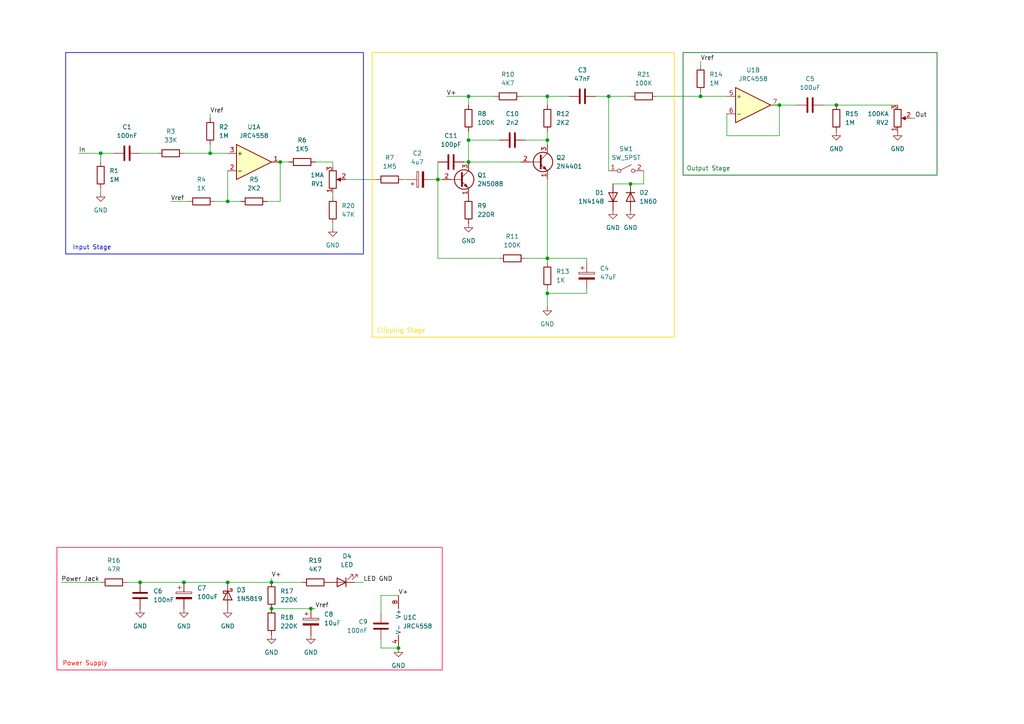
<source format=kicad_sch>
(kicad_sch
	(version 20250114)
	(generator "eeschema")
	(generator_version "9.0")
	(uuid "d195bee7-7b7f-4997-88e5-007a8fc2a42e")
	(paper "A4")
	(title_block
		(title "Guitar Distortion/Fuzz Pedal")
		(date "2025-12-21")
		(rev "A")
		(company "Henrique Stelzer de Oliveira")
	)
	(lib_symbols
		(symbol "Amplifier_Operational:RC4558"
			(pin_names
				(offset 0.127)
			)
			(exclude_from_sim no)
			(in_bom yes)
			(on_board yes)
			(property "Reference" "U"
				(at 0 5.08 0)
				(effects
					(font
						(size 1.27 1.27)
					)
					(justify left)
				)
			)
			(property "Value" "RC4558"
				(at 0 -5.08 0)
				(effects
					(font
						(size 1.27 1.27)
					)
					(justify left)
				)
			)
			(property "Footprint" ""
				(at 0 0 0)
				(effects
					(font
						(size 1.27 1.27)
					)
					(hide yes)
				)
			)
			(property "Datasheet" "http://www.ti.com/lit/ds/symlink/rc4558.pdf"
				(at 0 0 0)
				(effects
					(font
						(size 1.27 1.27)
					)
					(hide yes)
				)
			)
			(property "Description" "Dual General Purpose, Operational Amplifier, DIP-8/SOIC-8/SSOP-8"
				(at 0 0 0)
				(effects
					(font
						(size 1.27 1.27)
					)
					(hide yes)
				)
			)
			(property "ki_locked" ""
				(at 0 0 0)
				(effects
					(font
						(size 1.27 1.27)
					)
				)
			)
			(property "ki_keywords" "dual opamp"
				(at 0 0 0)
				(effects
					(font
						(size 1.27 1.27)
					)
					(hide yes)
				)
			)
			(property "ki_fp_filters" "SOIC*3.9x4.9mm*P1.27mm* DIP*W7.62mm* TO*99* OnSemi*Micro8* TSSOP*3x3mm*P0.65mm* TSSOP*4.4x3mm*P0.65mm* MSOP*3x3mm*P0.65mm* SSOP*3.9x4.9mm*P0.635mm* LFCSP*2x2mm*P0.5mm* *SIP* SOIC*5.3x6.2mm*P1.27mm*"
				(at 0 0 0)
				(effects
					(font
						(size 1.27 1.27)
					)
					(hide yes)
				)
			)
			(symbol "RC4558_1_1"
				(polyline
					(pts
						(xy -5.08 5.08) (xy 5.08 0) (xy -5.08 -5.08) (xy -5.08 5.08)
					)
					(stroke
						(width 0.254)
						(type default)
					)
					(fill
						(type background)
					)
				)
				(pin input line
					(at -7.62 2.54 0)
					(length 2.54)
					(name "+"
						(effects
							(font
								(size 1.27 1.27)
							)
						)
					)
					(number "3"
						(effects
							(font
								(size 1.27 1.27)
							)
						)
					)
				)
				(pin input line
					(at -7.62 -2.54 0)
					(length 2.54)
					(name "-"
						(effects
							(font
								(size 1.27 1.27)
							)
						)
					)
					(number "2"
						(effects
							(font
								(size 1.27 1.27)
							)
						)
					)
				)
				(pin output line
					(at 7.62 0 180)
					(length 2.54)
					(name "~"
						(effects
							(font
								(size 1.27 1.27)
							)
						)
					)
					(number "1"
						(effects
							(font
								(size 1.27 1.27)
							)
						)
					)
				)
			)
			(symbol "RC4558_2_1"
				(polyline
					(pts
						(xy -5.08 5.08) (xy 5.08 0) (xy -5.08 -5.08) (xy -5.08 5.08)
					)
					(stroke
						(width 0.254)
						(type default)
					)
					(fill
						(type background)
					)
				)
				(pin input line
					(at -7.62 2.54 0)
					(length 2.54)
					(name "+"
						(effects
							(font
								(size 1.27 1.27)
							)
						)
					)
					(number "5"
						(effects
							(font
								(size 1.27 1.27)
							)
						)
					)
				)
				(pin input line
					(at -7.62 -2.54 0)
					(length 2.54)
					(name "-"
						(effects
							(font
								(size 1.27 1.27)
							)
						)
					)
					(number "6"
						(effects
							(font
								(size 1.27 1.27)
							)
						)
					)
				)
				(pin output line
					(at 7.62 0 180)
					(length 2.54)
					(name "~"
						(effects
							(font
								(size 1.27 1.27)
							)
						)
					)
					(number "7"
						(effects
							(font
								(size 1.27 1.27)
							)
						)
					)
				)
			)
			(symbol "RC4558_3_1"
				(pin power_in line
					(at -2.54 7.62 270)
					(length 3.81)
					(name "V+"
						(effects
							(font
								(size 1.27 1.27)
							)
						)
					)
					(number "8"
						(effects
							(font
								(size 1.27 1.27)
							)
						)
					)
				)
				(pin power_in line
					(at -2.54 -7.62 90)
					(length 3.81)
					(name "V-"
						(effects
							(font
								(size 1.27 1.27)
							)
						)
					)
					(number "4"
						(effects
							(font
								(size 1.27 1.27)
							)
						)
					)
				)
			)
			(embedded_fonts no)
		)
		(symbol "Device:C"
			(pin_numbers
				(hide yes)
			)
			(pin_names
				(offset 0.254)
			)
			(exclude_from_sim no)
			(in_bom yes)
			(on_board yes)
			(property "Reference" "C"
				(at 0.635 2.54 0)
				(effects
					(font
						(size 1.27 1.27)
					)
					(justify left)
				)
			)
			(property "Value" "C"
				(at 0.635 -2.54 0)
				(effects
					(font
						(size 1.27 1.27)
					)
					(justify left)
				)
			)
			(property "Footprint" ""
				(at 0.9652 -3.81 0)
				(effects
					(font
						(size 1.27 1.27)
					)
					(hide yes)
				)
			)
			(property "Datasheet" "~"
				(at 0 0 0)
				(effects
					(font
						(size 1.27 1.27)
					)
					(hide yes)
				)
			)
			(property "Description" "Unpolarized capacitor"
				(at 0 0 0)
				(effects
					(font
						(size 1.27 1.27)
					)
					(hide yes)
				)
			)
			(property "ki_keywords" "cap capacitor"
				(at 0 0 0)
				(effects
					(font
						(size 1.27 1.27)
					)
					(hide yes)
				)
			)
			(property "ki_fp_filters" "C_*"
				(at 0 0 0)
				(effects
					(font
						(size 1.27 1.27)
					)
					(hide yes)
				)
			)
			(symbol "C_0_1"
				(polyline
					(pts
						(xy -2.032 0.762) (xy 2.032 0.762)
					)
					(stroke
						(width 0.508)
						(type default)
					)
					(fill
						(type none)
					)
				)
				(polyline
					(pts
						(xy -2.032 -0.762) (xy 2.032 -0.762)
					)
					(stroke
						(width 0.508)
						(type default)
					)
					(fill
						(type none)
					)
				)
			)
			(symbol "C_1_1"
				(pin passive line
					(at 0 3.81 270)
					(length 2.794)
					(name "~"
						(effects
							(font
								(size 1.27 1.27)
							)
						)
					)
					(number "1"
						(effects
							(font
								(size 1.27 1.27)
							)
						)
					)
				)
				(pin passive line
					(at 0 -3.81 90)
					(length 2.794)
					(name "~"
						(effects
							(font
								(size 1.27 1.27)
							)
						)
					)
					(number "2"
						(effects
							(font
								(size 1.27 1.27)
							)
						)
					)
				)
			)
			(embedded_fonts no)
		)
		(symbol "Device:C_Polarized"
			(pin_numbers
				(hide yes)
			)
			(pin_names
				(offset 0.254)
			)
			(exclude_from_sim no)
			(in_bom yes)
			(on_board yes)
			(property "Reference" "C"
				(at 0.635 2.54 0)
				(effects
					(font
						(size 1.27 1.27)
					)
					(justify left)
				)
			)
			(property "Value" "C_Polarized"
				(at 0.635 -2.54 0)
				(effects
					(font
						(size 1.27 1.27)
					)
					(justify left)
				)
			)
			(property "Footprint" ""
				(at 0.9652 -3.81 0)
				(effects
					(font
						(size 1.27 1.27)
					)
					(hide yes)
				)
			)
			(property "Datasheet" "~"
				(at 0 0 0)
				(effects
					(font
						(size 1.27 1.27)
					)
					(hide yes)
				)
			)
			(property "Description" "Polarized capacitor"
				(at 0 0 0)
				(effects
					(font
						(size 1.27 1.27)
					)
					(hide yes)
				)
			)
			(property "ki_keywords" "cap capacitor"
				(at 0 0 0)
				(effects
					(font
						(size 1.27 1.27)
					)
					(hide yes)
				)
			)
			(property "ki_fp_filters" "CP_*"
				(at 0 0 0)
				(effects
					(font
						(size 1.27 1.27)
					)
					(hide yes)
				)
			)
			(symbol "C_Polarized_0_1"
				(rectangle
					(start -2.286 0.508)
					(end 2.286 1.016)
					(stroke
						(width 0)
						(type default)
					)
					(fill
						(type none)
					)
				)
				(polyline
					(pts
						(xy -1.778 2.286) (xy -0.762 2.286)
					)
					(stroke
						(width 0)
						(type default)
					)
					(fill
						(type none)
					)
				)
				(polyline
					(pts
						(xy -1.27 2.794) (xy -1.27 1.778)
					)
					(stroke
						(width 0)
						(type default)
					)
					(fill
						(type none)
					)
				)
				(rectangle
					(start 2.286 -0.508)
					(end -2.286 -1.016)
					(stroke
						(width 0)
						(type default)
					)
					(fill
						(type outline)
					)
				)
			)
			(symbol "C_Polarized_1_1"
				(pin passive line
					(at 0 3.81 270)
					(length 2.794)
					(name "~"
						(effects
							(font
								(size 1.27 1.27)
							)
						)
					)
					(number "1"
						(effects
							(font
								(size 1.27 1.27)
							)
						)
					)
				)
				(pin passive line
					(at 0 -3.81 90)
					(length 2.794)
					(name "~"
						(effects
							(font
								(size 1.27 1.27)
							)
						)
					)
					(number "2"
						(effects
							(font
								(size 1.27 1.27)
							)
						)
					)
				)
			)
			(embedded_fonts no)
		)
		(symbol "Device:LED"
			(pin_numbers
				(hide yes)
			)
			(pin_names
				(offset 1.016)
				(hide yes)
			)
			(exclude_from_sim no)
			(in_bom yes)
			(on_board yes)
			(property "Reference" "D"
				(at 0 2.54 0)
				(effects
					(font
						(size 1.27 1.27)
					)
				)
			)
			(property "Value" "LED"
				(at 0 -2.54 0)
				(effects
					(font
						(size 1.27 1.27)
					)
				)
			)
			(property "Footprint" ""
				(at 0 0 0)
				(effects
					(font
						(size 1.27 1.27)
					)
					(hide yes)
				)
			)
			(property "Datasheet" "~"
				(at 0 0 0)
				(effects
					(font
						(size 1.27 1.27)
					)
					(hide yes)
				)
			)
			(property "Description" "Light emitting diode"
				(at 0 0 0)
				(effects
					(font
						(size 1.27 1.27)
					)
					(hide yes)
				)
			)
			(property "Sim.Pins" "1=K 2=A"
				(at 0 0 0)
				(effects
					(font
						(size 1.27 1.27)
					)
					(hide yes)
				)
			)
			(property "ki_keywords" "LED diode"
				(at 0 0 0)
				(effects
					(font
						(size 1.27 1.27)
					)
					(hide yes)
				)
			)
			(property "ki_fp_filters" "LED* LED_SMD:* LED_THT:*"
				(at 0 0 0)
				(effects
					(font
						(size 1.27 1.27)
					)
					(hide yes)
				)
			)
			(symbol "LED_0_1"
				(polyline
					(pts
						(xy -3.048 -0.762) (xy -4.572 -2.286) (xy -3.81 -2.286) (xy -4.572 -2.286) (xy -4.572 -1.524)
					)
					(stroke
						(width 0)
						(type default)
					)
					(fill
						(type none)
					)
				)
				(polyline
					(pts
						(xy -1.778 -0.762) (xy -3.302 -2.286) (xy -2.54 -2.286) (xy -3.302 -2.286) (xy -3.302 -1.524)
					)
					(stroke
						(width 0)
						(type default)
					)
					(fill
						(type none)
					)
				)
				(polyline
					(pts
						(xy -1.27 0) (xy 1.27 0)
					)
					(stroke
						(width 0)
						(type default)
					)
					(fill
						(type none)
					)
				)
				(polyline
					(pts
						(xy -1.27 -1.27) (xy -1.27 1.27)
					)
					(stroke
						(width 0.254)
						(type default)
					)
					(fill
						(type none)
					)
				)
				(polyline
					(pts
						(xy 1.27 -1.27) (xy 1.27 1.27) (xy -1.27 0) (xy 1.27 -1.27)
					)
					(stroke
						(width 0.254)
						(type default)
					)
					(fill
						(type none)
					)
				)
			)
			(symbol "LED_1_1"
				(pin passive line
					(at -3.81 0 0)
					(length 2.54)
					(name "K"
						(effects
							(font
								(size 1.27 1.27)
							)
						)
					)
					(number "1"
						(effects
							(font
								(size 1.27 1.27)
							)
						)
					)
				)
				(pin passive line
					(at 3.81 0 180)
					(length 2.54)
					(name "A"
						(effects
							(font
								(size 1.27 1.27)
							)
						)
					)
					(number "2"
						(effects
							(font
								(size 1.27 1.27)
							)
						)
					)
				)
			)
			(embedded_fonts no)
		)
		(symbol "Device:R"
			(pin_numbers
				(hide yes)
			)
			(pin_names
				(offset 0)
			)
			(exclude_from_sim no)
			(in_bom yes)
			(on_board yes)
			(property "Reference" "R"
				(at 2.032 0 90)
				(effects
					(font
						(size 1.27 1.27)
					)
				)
			)
			(property "Value" "R"
				(at 0 0 90)
				(effects
					(font
						(size 1.27 1.27)
					)
				)
			)
			(property "Footprint" ""
				(at -1.778 0 90)
				(effects
					(font
						(size 1.27 1.27)
					)
					(hide yes)
				)
			)
			(property "Datasheet" "~"
				(at 0 0 0)
				(effects
					(font
						(size 1.27 1.27)
					)
					(hide yes)
				)
			)
			(property "Description" "Resistor"
				(at 0 0 0)
				(effects
					(font
						(size 1.27 1.27)
					)
					(hide yes)
				)
			)
			(property "ki_keywords" "R res resistor"
				(at 0 0 0)
				(effects
					(font
						(size 1.27 1.27)
					)
					(hide yes)
				)
			)
			(property "ki_fp_filters" "R_*"
				(at 0 0 0)
				(effects
					(font
						(size 1.27 1.27)
					)
					(hide yes)
				)
			)
			(symbol "R_0_1"
				(rectangle
					(start -1.016 -2.54)
					(end 1.016 2.54)
					(stroke
						(width 0.254)
						(type default)
					)
					(fill
						(type none)
					)
				)
			)
			(symbol "R_1_1"
				(pin passive line
					(at 0 3.81 270)
					(length 1.27)
					(name "~"
						(effects
							(font
								(size 1.27 1.27)
							)
						)
					)
					(number "1"
						(effects
							(font
								(size 1.27 1.27)
							)
						)
					)
				)
				(pin passive line
					(at 0 -3.81 90)
					(length 1.27)
					(name "~"
						(effects
							(font
								(size 1.27 1.27)
							)
						)
					)
					(number "2"
						(effects
							(font
								(size 1.27 1.27)
							)
						)
					)
				)
			)
			(embedded_fonts no)
		)
		(symbol "Device:R_Potentiometer"
			(pin_names
				(offset 1.016)
				(hide yes)
			)
			(exclude_from_sim no)
			(in_bom yes)
			(on_board yes)
			(property "Reference" "RV"
				(at -4.445 0 90)
				(effects
					(font
						(size 1.27 1.27)
					)
				)
			)
			(property "Value" "R_Potentiometer"
				(at -2.54 0 90)
				(effects
					(font
						(size 1.27 1.27)
					)
				)
			)
			(property "Footprint" ""
				(at 0 0 0)
				(effects
					(font
						(size 1.27 1.27)
					)
					(hide yes)
				)
			)
			(property "Datasheet" "~"
				(at 0 0 0)
				(effects
					(font
						(size 1.27 1.27)
					)
					(hide yes)
				)
			)
			(property "Description" "Potentiometer"
				(at 0 0 0)
				(effects
					(font
						(size 1.27 1.27)
					)
					(hide yes)
				)
			)
			(property "ki_keywords" "resistor variable"
				(at 0 0 0)
				(effects
					(font
						(size 1.27 1.27)
					)
					(hide yes)
				)
			)
			(property "ki_fp_filters" "Potentiometer*"
				(at 0 0 0)
				(effects
					(font
						(size 1.27 1.27)
					)
					(hide yes)
				)
			)
			(symbol "R_Potentiometer_0_1"
				(rectangle
					(start 1.016 2.54)
					(end -1.016 -2.54)
					(stroke
						(width 0.254)
						(type default)
					)
					(fill
						(type none)
					)
				)
				(polyline
					(pts
						(xy 1.143 0) (xy 2.286 0.508) (xy 2.286 -0.508) (xy 1.143 0)
					)
					(stroke
						(width 0)
						(type default)
					)
					(fill
						(type outline)
					)
				)
				(polyline
					(pts
						(xy 2.54 0) (xy 1.524 0)
					)
					(stroke
						(width 0)
						(type default)
					)
					(fill
						(type none)
					)
				)
			)
			(symbol "R_Potentiometer_1_1"
				(pin passive line
					(at 0 3.81 270)
					(length 1.27)
					(name "1"
						(effects
							(font
								(size 1.27 1.27)
							)
						)
					)
					(number "1"
						(effects
							(font
								(size 1.27 1.27)
							)
						)
					)
				)
				(pin passive line
					(at 0 -3.81 90)
					(length 1.27)
					(name "3"
						(effects
							(font
								(size 1.27 1.27)
							)
						)
					)
					(number "3"
						(effects
							(font
								(size 1.27 1.27)
							)
						)
					)
				)
				(pin passive line
					(at 3.81 0 180)
					(length 1.27)
					(name "2"
						(effects
							(font
								(size 1.27 1.27)
							)
						)
					)
					(number "2"
						(effects
							(font
								(size 1.27 1.27)
							)
						)
					)
				)
			)
			(embedded_fonts no)
		)
		(symbol "Diode:1N4148"
			(pin_numbers
				(hide yes)
			)
			(pin_names
				(hide yes)
			)
			(exclude_from_sim no)
			(in_bom yes)
			(on_board yes)
			(property "Reference" "D"
				(at 0 2.54 0)
				(effects
					(font
						(size 1.27 1.27)
					)
				)
			)
			(property "Value" "1N4148"
				(at 0 -2.54 0)
				(effects
					(font
						(size 1.27 1.27)
					)
				)
			)
			(property "Footprint" "Diode_THT:D_DO-35_SOD27_P7.62mm_Horizontal"
				(at 0 0 0)
				(effects
					(font
						(size 1.27 1.27)
					)
					(hide yes)
				)
			)
			(property "Datasheet" "https://assets.nexperia.com/documents/data-sheet/1N4148_1N4448.pdf"
				(at 0 0 0)
				(effects
					(font
						(size 1.27 1.27)
					)
					(hide yes)
				)
			)
			(property "Description" "100V 0.15A standard switching diode, DO-35"
				(at 0 0 0)
				(effects
					(font
						(size 1.27 1.27)
					)
					(hide yes)
				)
			)
			(property "Sim.Device" "D"
				(at 0 0 0)
				(effects
					(font
						(size 1.27 1.27)
					)
					(hide yes)
				)
			)
			(property "Sim.Pins" "1=K 2=A"
				(at 0 0 0)
				(effects
					(font
						(size 1.27 1.27)
					)
					(hide yes)
				)
			)
			(property "ki_keywords" "diode"
				(at 0 0 0)
				(effects
					(font
						(size 1.27 1.27)
					)
					(hide yes)
				)
			)
			(property "ki_fp_filters" "D*DO?35*"
				(at 0 0 0)
				(effects
					(font
						(size 1.27 1.27)
					)
					(hide yes)
				)
			)
			(symbol "1N4148_0_1"
				(polyline
					(pts
						(xy -1.27 1.27) (xy -1.27 -1.27)
					)
					(stroke
						(width 0.254)
						(type default)
					)
					(fill
						(type none)
					)
				)
				(polyline
					(pts
						(xy 1.27 1.27) (xy 1.27 -1.27) (xy -1.27 0) (xy 1.27 1.27)
					)
					(stroke
						(width 0.254)
						(type default)
					)
					(fill
						(type none)
					)
				)
				(polyline
					(pts
						(xy 1.27 0) (xy -1.27 0)
					)
					(stroke
						(width 0)
						(type default)
					)
					(fill
						(type none)
					)
				)
			)
			(symbol "1N4148_1_1"
				(pin passive line
					(at -3.81 0 0)
					(length 2.54)
					(name "K"
						(effects
							(font
								(size 1.27 1.27)
							)
						)
					)
					(number "1"
						(effects
							(font
								(size 1.27 1.27)
							)
						)
					)
				)
				(pin passive line
					(at 3.81 0 180)
					(length 2.54)
					(name "A"
						(effects
							(font
								(size 1.27 1.27)
							)
						)
					)
					(number "2"
						(effects
							(font
								(size 1.27 1.27)
							)
						)
					)
				)
			)
			(embedded_fonts no)
		)
		(symbol "Diode:1N5819"
			(pin_numbers
				(hide yes)
			)
			(pin_names
				(offset 1.016)
				(hide yes)
			)
			(exclude_from_sim no)
			(in_bom yes)
			(on_board yes)
			(property "Reference" "D"
				(at 0 2.54 0)
				(effects
					(font
						(size 1.27 1.27)
					)
				)
			)
			(property "Value" "1N5819"
				(at 0 -2.54 0)
				(effects
					(font
						(size 1.27 1.27)
					)
				)
			)
			(property "Footprint" "Diode_THT:D_DO-41_SOD81_P10.16mm_Horizontal"
				(at 0 -4.445 0)
				(effects
					(font
						(size 1.27 1.27)
					)
					(hide yes)
				)
			)
			(property "Datasheet" "http://www.vishay.com/docs/88525/1n5817.pdf"
				(at 0 0 0)
				(effects
					(font
						(size 1.27 1.27)
					)
					(hide yes)
				)
			)
			(property "Description" "40V 1A Schottky Barrier Rectifier Diode, DO-41"
				(at 0 0 0)
				(effects
					(font
						(size 1.27 1.27)
					)
					(hide yes)
				)
			)
			(property "ki_keywords" "diode Schottky"
				(at 0 0 0)
				(effects
					(font
						(size 1.27 1.27)
					)
					(hide yes)
				)
			)
			(property "ki_fp_filters" "D*DO?41*"
				(at 0 0 0)
				(effects
					(font
						(size 1.27 1.27)
					)
					(hide yes)
				)
			)
			(symbol "1N5819_0_1"
				(polyline
					(pts
						(xy -1.905 0.635) (xy -1.905 1.27) (xy -1.27 1.27) (xy -1.27 -1.27) (xy -0.635 -1.27) (xy -0.635 -0.635)
					)
					(stroke
						(width 0.254)
						(type default)
					)
					(fill
						(type none)
					)
				)
				(polyline
					(pts
						(xy 1.27 1.27) (xy 1.27 -1.27) (xy -1.27 0) (xy 1.27 1.27)
					)
					(stroke
						(width 0.254)
						(type default)
					)
					(fill
						(type none)
					)
				)
				(polyline
					(pts
						(xy 1.27 0) (xy -1.27 0)
					)
					(stroke
						(width 0)
						(type default)
					)
					(fill
						(type none)
					)
				)
			)
			(symbol "1N5819_1_1"
				(pin passive line
					(at -3.81 0 0)
					(length 2.54)
					(name "K"
						(effects
							(font
								(size 1.27 1.27)
							)
						)
					)
					(number "1"
						(effects
							(font
								(size 1.27 1.27)
							)
						)
					)
				)
				(pin passive line
					(at 3.81 0 180)
					(length 2.54)
					(name "A"
						(effects
							(font
								(size 1.27 1.27)
							)
						)
					)
					(number "2"
						(effects
							(font
								(size 1.27 1.27)
							)
						)
					)
				)
			)
			(embedded_fonts no)
		)
		(symbol "Switch:SW_SPST"
			(pin_names
				(offset 0)
				(hide yes)
			)
			(exclude_from_sim no)
			(in_bom yes)
			(on_board yes)
			(property "Reference" "SW"
				(at 0 3.175 0)
				(effects
					(font
						(size 1.27 1.27)
					)
				)
			)
			(property "Value" "SW_SPST"
				(at 0 -2.54 0)
				(effects
					(font
						(size 1.27 1.27)
					)
				)
			)
			(property "Footprint" ""
				(at 0 0 0)
				(effects
					(font
						(size 1.27 1.27)
					)
					(hide yes)
				)
			)
			(property "Datasheet" "~"
				(at 0 0 0)
				(effects
					(font
						(size 1.27 1.27)
					)
					(hide yes)
				)
			)
			(property "Description" "Single Pole Single Throw (SPST) switch"
				(at 0 0 0)
				(effects
					(font
						(size 1.27 1.27)
					)
					(hide yes)
				)
			)
			(property "ki_keywords" "switch lever"
				(at 0 0 0)
				(effects
					(font
						(size 1.27 1.27)
					)
					(hide yes)
				)
			)
			(symbol "SW_SPST_0_0"
				(circle
					(center -2.032 0)
					(radius 0.508)
					(stroke
						(width 0)
						(type default)
					)
					(fill
						(type none)
					)
				)
				(polyline
					(pts
						(xy -1.524 0.254) (xy 1.524 1.778)
					)
					(stroke
						(width 0)
						(type default)
					)
					(fill
						(type none)
					)
				)
				(circle
					(center 2.032 0)
					(radius 0.508)
					(stroke
						(width 0)
						(type default)
					)
					(fill
						(type none)
					)
				)
			)
			(symbol "SW_SPST_1_1"
				(pin passive line
					(at -5.08 0 0)
					(length 2.54)
					(name "A"
						(effects
							(font
								(size 1.27 1.27)
							)
						)
					)
					(number "1"
						(effects
							(font
								(size 1.27 1.27)
							)
						)
					)
				)
				(pin passive line
					(at 5.08 0 180)
					(length 2.54)
					(name "B"
						(effects
							(font
								(size 1.27 1.27)
							)
						)
					)
					(number "2"
						(effects
							(font
								(size 1.27 1.27)
							)
						)
					)
				)
			)
			(embedded_fonts no)
		)
		(symbol "Transistor_BJT:2N3904"
			(pin_names
				(offset 0)
				(hide yes)
			)
			(exclude_from_sim no)
			(in_bom yes)
			(on_board yes)
			(property "Reference" "Q"
				(at 5.08 1.905 0)
				(effects
					(font
						(size 1.27 1.27)
					)
					(justify left)
				)
			)
			(property "Value" "2N3904"
				(at 5.08 0 0)
				(effects
					(font
						(size 1.27 1.27)
					)
					(justify left)
				)
			)
			(property "Footprint" "Package_TO_SOT_THT:TO-92_Inline"
				(at 5.08 -1.905 0)
				(effects
					(font
						(size 1.27 1.27)
						(italic yes)
					)
					(justify left)
					(hide yes)
				)
			)
			(property "Datasheet" "https://www.onsemi.com/pub/Collateral/2N3903-D.PDF"
				(at 0 0 0)
				(effects
					(font
						(size 1.27 1.27)
					)
					(justify left)
					(hide yes)
				)
			)
			(property "Description" "0.2A Ic, 40V Vce, Small Signal NPN Transistor, TO-92"
				(at 0 0 0)
				(effects
					(font
						(size 1.27 1.27)
					)
					(hide yes)
				)
			)
			(property "ki_keywords" "NPN Transistor"
				(at 0 0 0)
				(effects
					(font
						(size 1.27 1.27)
					)
					(hide yes)
				)
			)
			(property "ki_fp_filters" "TO?92*"
				(at 0 0 0)
				(effects
					(font
						(size 1.27 1.27)
					)
					(hide yes)
				)
			)
			(symbol "2N3904_0_1"
				(polyline
					(pts
						(xy -2.54 0) (xy 0.635 0)
					)
					(stroke
						(width 0)
						(type default)
					)
					(fill
						(type none)
					)
				)
				(polyline
					(pts
						(xy 0.635 1.905) (xy 0.635 -1.905)
					)
					(stroke
						(width 0.508)
						(type default)
					)
					(fill
						(type none)
					)
				)
				(circle
					(center 1.27 0)
					(radius 2.8194)
					(stroke
						(width 0.254)
						(type default)
					)
					(fill
						(type none)
					)
				)
			)
			(symbol "2N3904_1_1"
				(polyline
					(pts
						(xy 0.635 0.635) (xy 2.54 2.54)
					)
					(stroke
						(width 0)
						(type default)
					)
					(fill
						(type none)
					)
				)
				(polyline
					(pts
						(xy 0.635 -0.635) (xy 2.54 -2.54)
					)
					(stroke
						(width 0)
						(type default)
					)
					(fill
						(type none)
					)
				)
				(polyline
					(pts
						(xy 1.27 -1.778) (xy 1.778 -1.27) (xy 2.286 -2.286) (xy 1.27 -1.778)
					)
					(stroke
						(width 0)
						(type default)
					)
					(fill
						(type outline)
					)
				)
				(pin input line
					(at -5.08 0 0)
					(length 2.54)
					(name "B"
						(effects
							(font
								(size 1.27 1.27)
							)
						)
					)
					(number "2"
						(effects
							(font
								(size 1.27 1.27)
							)
						)
					)
				)
				(pin passive line
					(at 2.54 5.08 270)
					(length 2.54)
					(name "C"
						(effects
							(font
								(size 1.27 1.27)
							)
						)
					)
					(number "3"
						(effects
							(font
								(size 1.27 1.27)
							)
						)
					)
				)
				(pin passive line
					(at 2.54 -5.08 90)
					(length 2.54)
					(name "E"
						(effects
							(font
								(size 1.27 1.27)
							)
						)
					)
					(number "1"
						(effects
							(font
								(size 1.27 1.27)
							)
						)
					)
				)
			)
			(embedded_fonts no)
		)
		(symbol "power:GND"
			(power)
			(pin_numbers
				(hide yes)
			)
			(pin_names
				(offset 0)
				(hide yes)
			)
			(exclude_from_sim no)
			(in_bom yes)
			(on_board yes)
			(property "Reference" "#PWR"
				(at 0 -6.35 0)
				(effects
					(font
						(size 1.27 1.27)
					)
					(hide yes)
				)
			)
			(property "Value" "GND"
				(at 0 -3.81 0)
				(effects
					(font
						(size 1.27 1.27)
					)
				)
			)
			(property "Footprint" ""
				(at 0 0 0)
				(effects
					(font
						(size 1.27 1.27)
					)
					(hide yes)
				)
			)
			(property "Datasheet" ""
				(at 0 0 0)
				(effects
					(font
						(size 1.27 1.27)
					)
					(hide yes)
				)
			)
			(property "Description" "Power symbol creates a global label with name \"GND\" , ground"
				(at 0 0 0)
				(effects
					(font
						(size 1.27 1.27)
					)
					(hide yes)
				)
			)
			(property "ki_keywords" "global power"
				(at 0 0 0)
				(effects
					(font
						(size 1.27 1.27)
					)
					(hide yes)
				)
			)
			(symbol "GND_0_1"
				(polyline
					(pts
						(xy 0 0) (xy 0 -1.27) (xy 1.27 -1.27) (xy 0 -2.54) (xy -1.27 -1.27) (xy 0 -1.27)
					)
					(stroke
						(width 0)
						(type default)
					)
					(fill
						(type none)
					)
				)
			)
			(symbol "GND_1_1"
				(pin power_in line
					(at 0 0 270)
					(length 0)
					(name "~"
						(effects
							(font
								(size 1.27 1.27)
							)
						)
					)
					(number "1"
						(effects
							(font
								(size 1.27 1.27)
							)
						)
					)
				)
			)
			(embedded_fonts no)
		)
	)
	(rectangle
		(start 198.12 15.24)
		(end 271.78 50.8)
		(stroke
			(width 0.2032)
			(type default)
			(color 0 106 32 1)
		)
		(fill
			(type none)
		)
		(uuid a8cf742c-46ae-4f4c-a7e6-00615a219cde)
	)
	(rectangle
		(start 19.05 15.24)
		(end 105.41 73.66)
		(stroke
			(width 0.2032)
			(type default)
		)
		(fill
			(type none)
		)
		(uuid b1dc9ff2-954e-4d80-8e02-1685b7169e41)
	)
	(rectangle
		(start 16.51 158.75)
		(end 128.27 194.31)
		(stroke
			(width 0.2032)
			(type default)
			(color 255 16 72 1)
		)
		(fill
			(type none)
		)
		(uuid d117324b-5eff-4a50-bc51-27b0d9cd4a22)
	)
	(rectangle
		(start 107.95 15.24)
		(end 195.58 97.79)
		(stroke
			(width 0.2032)
			(type default)
			(color 255 219 0 1)
		)
		(fill
			(type none)
		)
		(uuid d67c4ee0-6fc3-42b2-a1df-e7366ee0e08d)
	)
	(text "Output Stage\n"
		(exclude_from_sim no)
		(at 205.486 49.022 0)
		(effects
			(font
				(size 1.27 1.27)
				(color 0 106 32 1)
			)
		)
		(uuid "75b97a47-7f9e-4b42-ba82-35f869364a87")
	)
	(text "Input Stage"
		(exclude_from_sim no)
		(at 26.67 71.882 0)
		(effects
			(font
				(size 1.27 1.27)
			)
		)
		(uuid "7f1fbd85-8e5f-42d8-9c07-0cc9e7d00255")
	)
	(text "Power Supply"
		(exclude_from_sim no)
		(at 24.638 192.532 0)
		(effects
			(font
				(size 1.27 1.27)
				(color 255 0 0 1)
			)
		)
		(uuid "c8441c45-e2ac-4bc4-b265-9db51b470f68")
	)
	(text "Clipping Stage"
		(exclude_from_sim no)
		(at 116.332 96.012 0)
		(effects
			(font
				(size 1.27 1.27)
				(color 255 212 0 1)
			)
		)
		(uuid "eb1bdd67-9159-432c-baa8-9501fbff8716")
	)
	(junction
		(at 78.74 176.53)
		(diameter 0)
		(color 0 0 0 0)
		(uuid "15798287-736c-41ff-8d34-edecf3edb1ed")
	)
	(junction
		(at 226.06 30.48)
		(diameter 0)
		(color 0 0 0 0)
		(uuid "1f590ef2-5aa2-49d6-93e5-fb2faf9f6c0e")
	)
	(junction
		(at 66.04 58.42)
		(diameter 0)
		(color 0 0 0 0)
		(uuid "2ef5aed1-bc45-453b-9d76-f4a836a39b3c")
	)
	(junction
		(at 66.04 168.91)
		(diameter 0)
		(color 0 0 0 0)
		(uuid "3565e980-1104-4299-be66-6c859df81613")
	)
	(junction
		(at 40.64 168.91)
		(diameter 0)
		(color 0 0 0 0)
		(uuid "453ee7d5-1d70-41f9-ac6f-2bfb21a3094c")
	)
	(junction
		(at 127 52.07)
		(diameter 0)
		(color 0 0 0 0)
		(uuid "4e15472a-a14b-49ac-bb79-fcccc726d130")
	)
	(junction
		(at 203.2 27.94)
		(diameter 0)
		(color 0 0 0 0)
		(uuid "7352a8e8-6a33-4c8a-935d-56743fbfc237")
	)
	(junction
		(at 53.34 168.91)
		(diameter 0)
		(color 0 0 0 0)
		(uuid "73923cf9-acb8-4926-9306-b400d6241467")
	)
	(junction
		(at 135.89 27.94)
		(diameter 0)
		(color 0 0 0 0)
		(uuid "76af7642-268b-4dc4-9988-c9b5f0f55d98")
	)
	(junction
		(at 135.89 46.99)
		(diameter 0)
		(color 0 0 0 0)
		(uuid "8424c738-5f69-4af0-90c5-c746e4739108")
	)
	(junction
		(at 242.57 30.48)
		(diameter 0)
		(color 0 0 0 0)
		(uuid "920db902-691a-41f0-a5bc-d1ba7f014018")
	)
	(junction
		(at 29.21 44.45)
		(diameter 0)
		(color 0 0 0 0)
		(uuid "9757216a-4d0c-4ead-8ff2-5af905905bd5")
	)
	(junction
		(at 158.75 27.94)
		(diameter 0)
		(color 0 0 0 0)
		(uuid "99cd5d58-e697-48fe-b7f6-9cc6f1b87ff5")
	)
	(junction
		(at 158.75 74.93)
		(diameter 0)
		(color 0 0 0 0)
		(uuid "a78195e5-91db-4442-8ebc-493dbfeaaced")
	)
	(junction
		(at 90.17 176.53)
		(diameter 0)
		(color 0 0 0 0)
		(uuid "b43deba1-aa47-4712-857a-8e16d2a78701")
	)
	(junction
		(at 182.88 53.34)
		(diameter 0)
		(color 0 0 0 0)
		(uuid "bafafa9a-3d6a-4552-a612-a97ea1b10148")
	)
	(junction
		(at 135.89 40.64)
		(diameter 0)
		(color 0 0 0 0)
		(uuid "c2f5a230-7647-4dfa-8297-a76303b068f3")
	)
	(junction
		(at 78.74 168.91)
		(diameter 0)
		(color 0 0 0 0)
		(uuid "c8ecb669-ff76-4992-934e-f9ed0178d8cb")
	)
	(junction
		(at 158.75 40.64)
		(diameter 0)
		(color 0 0 0 0)
		(uuid "cf9492ea-787a-40f6-a2ba-5ff14c997c23")
	)
	(junction
		(at 158.75 85.09)
		(diameter 0)
		(color 0 0 0 0)
		(uuid "d8b26d18-a746-4ebb-946d-5e5479a50269")
	)
	(junction
		(at 115.57 187.96)
		(diameter 0)
		(color 0 0 0 0)
		(uuid "de020f75-f52f-4d1f-bb9f-29e1ef2042e9")
	)
	(junction
		(at 60.96 44.45)
		(diameter 0)
		(color 0 0 0 0)
		(uuid "e4a4ba8b-be56-4679-b919-39f1fa6b0f3c")
	)
	(junction
		(at 176.53 27.94)
		(diameter 0)
		(color 0 0 0 0)
		(uuid "e6ac02f6-ad94-4e5a-a1d5-b5b4ebb2a301")
	)
	(junction
		(at 81.28 46.99)
		(diameter 0)
		(color 0 0 0 0)
		(uuid "eb417152-21f4-47f0-bcdf-57f703a1ba43")
	)
	(wire
		(pts
			(xy 203.2 26.67) (xy 203.2 27.94)
		)
		(stroke
			(width 0)
			(type default)
		)
		(uuid "012376bd-d783-4f42-9935-a0bca7cc6240")
	)
	(wire
		(pts
			(xy 135.89 27.94) (xy 143.51 27.94)
		)
		(stroke
			(width 0)
			(type default)
		)
		(uuid "093d8e63-da53-48ae-8fa3-30ae402ddf0f")
	)
	(wire
		(pts
			(xy 96.52 66.04) (xy 96.52 64.77)
		)
		(stroke
			(width 0)
			(type default)
		)
		(uuid "0a6eae81-396c-4b73-8f04-1178cbb6af4c")
	)
	(wire
		(pts
			(xy 226.06 39.37) (xy 226.06 30.48)
		)
		(stroke
			(width 0)
			(type default)
		)
		(uuid "0c008b11-1f30-4ec8-a825-1e157aae1248")
	)
	(wire
		(pts
			(xy 134.62 46.99) (xy 135.89 46.99)
		)
		(stroke
			(width 0)
			(type default)
		)
		(uuid "0c3cbe28-655c-4bdb-ad38-8502e65c19c6")
	)
	(wire
		(pts
			(xy 110.49 187.96) (xy 115.57 187.96)
		)
		(stroke
			(width 0)
			(type default)
		)
		(uuid "0edd4463-8153-4062-aa96-9379917c507f")
	)
	(wire
		(pts
			(xy 81.28 58.42) (xy 77.47 58.42)
		)
		(stroke
			(width 0)
			(type default)
		)
		(uuid "104b4155-e8ce-475c-a383-1631a3409947")
	)
	(wire
		(pts
			(xy 127 46.99) (xy 127 52.07)
		)
		(stroke
			(width 0)
			(type default)
		)
		(uuid "131d6616-ffd1-4c2d-80c3-169409642a66")
	)
	(wire
		(pts
			(xy 53.34 168.91) (xy 66.04 168.91)
		)
		(stroke
			(width 0)
			(type default)
		)
		(uuid "1d05eca3-ff90-4d0a-bded-8bd4ccd6dc9e")
	)
	(wire
		(pts
			(xy 186.69 49.53) (xy 186.69 53.34)
		)
		(stroke
			(width 0)
			(type default)
		)
		(uuid "2186ab3b-557c-40e9-bf04-c217f002d381")
	)
	(wire
		(pts
			(xy 172.72 27.94) (xy 176.53 27.94)
		)
		(stroke
			(width 0)
			(type default)
		)
		(uuid "2350a921-d5d4-4fc2-b987-e268bc485aae")
	)
	(wire
		(pts
			(xy 223.52 30.48) (xy 226.06 30.48)
		)
		(stroke
			(width 0)
			(type default)
		)
		(uuid "256a51e8-4c3a-445b-b31c-20e051dfff20")
	)
	(wire
		(pts
			(xy 110.49 172.72) (xy 115.57 172.72)
		)
		(stroke
			(width 0)
			(type default)
		)
		(uuid "27397b96-8795-4a86-b675-9e867de0b7ab")
	)
	(wire
		(pts
			(xy 210.82 33.02) (xy 210.82 39.37)
		)
		(stroke
			(width 0)
			(type default)
		)
		(uuid "2769c064-de7e-4e73-b0ab-bd42a43acf06")
	)
	(wire
		(pts
			(xy 29.21 44.45) (xy 33.02 44.45)
		)
		(stroke
			(width 0)
			(type default)
		)
		(uuid "2ad7e95e-a4e0-4da5-993c-2596ff945c83")
	)
	(wire
		(pts
			(xy 100.33 52.07) (xy 109.22 52.07)
		)
		(stroke
			(width 0)
			(type default)
		)
		(uuid "2ed65bdb-5fed-4404-acb6-c2b81fb8612b")
	)
	(wire
		(pts
			(xy 29.21 54.61) (xy 29.21 55.88)
		)
		(stroke
			(width 0)
			(type default)
		)
		(uuid "2f74a59a-82dd-4582-b9c9-c4ec93cf6b49")
	)
	(wire
		(pts
			(xy 81.28 46.99) (xy 83.82 46.99)
		)
		(stroke
			(width 0)
			(type default)
		)
		(uuid "38364274-7da3-447e-b453-3716cef30d96")
	)
	(wire
		(pts
			(xy 135.89 30.48) (xy 135.89 27.94)
		)
		(stroke
			(width 0)
			(type default)
		)
		(uuid "392bd813-cbd8-4388-bee5-abba8f1facaa")
	)
	(wire
		(pts
			(xy 36.83 168.91) (xy 40.64 168.91)
		)
		(stroke
			(width 0)
			(type default)
		)
		(uuid "3c0116c5-54be-48d5-9ed9-84ea9c72045e")
	)
	(wire
		(pts
			(xy 53.34 44.45) (xy 60.96 44.45)
		)
		(stroke
			(width 0)
			(type default)
		)
		(uuid "3d7e3e65-e31e-4e80-89cc-5301e27227c0")
	)
	(wire
		(pts
			(xy 17.78 168.91) (xy 29.21 168.91)
		)
		(stroke
			(width 0)
			(type default)
		)
		(uuid "436824de-fe10-467e-808e-9d55f69852bc")
	)
	(wire
		(pts
			(xy 152.4 40.64) (xy 158.75 40.64)
		)
		(stroke
			(width 0)
			(type default)
		)
		(uuid "507cad2a-d178-4656-be6b-5232fd166048")
	)
	(wire
		(pts
			(xy 158.75 85.09) (xy 158.75 88.9)
		)
		(stroke
			(width 0)
			(type default)
		)
		(uuid "5aa7d77f-2040-40f1-b3ce-9d3973750493")
	)
	(wire
		(pts
			(xy 78.74 167.64) (xy 78.74 168.91)
		)
		(stroke
			(width 0)
			(type default)
		)
		(uuid "5c7b1c03-5596-4386-8293-f75bf6717817")
	)
	(wire
		(pts
			(xy 60.96 33.02) (xy 60.96 34.29)
		)
		(stroke
			(width 0)
			(type default)
		)
		(uuid "5f10c80d-b5ca-496f-9a82-86590076863e")
	)
	(wire
		(pts
			(xy 158.75 38.1) (xy 158.75 40.64)
		)
		(stroke
			(width 0)
			(type default)
		)
		(uuid "6225a516-8e7a-4d96-a63c-738255512ca7")
	)
	(wire
		(pts
			(xy 116.84 52.07) (xy 118.11 52.07)
		)
		(stroke
			(width 0)
			(type default)
		)
		(uuid "63569287-f520-42f2-b828-c5222b821680")
	)
	(wire
		(pts
			(xy 158.75 83.82) (xy 158.75 85.09)
		)
		(stroke
			(width 0)
			(type default)
		)
		(uuid "66210a6d-a500-47af-a3f8-910a7dad409b")
	)
	(wire
		(pts
			(xy 170.18 74.93) (xy 158.75 74.93)
		)
		(stroke
			(width 0)
			(type default)
		)
		(uuid "66d2b228-a2fc-41fc-a3ee-cc246289df68")
	)
	(wire
		(pts
			(xy 78.74 176.53) (xy 90.17 176.53)
		)
		(stroke
			(width 0)
			(type default)
		)
		(uuid "6dd793e9-1f49-48bb-9519-976dfd54581d")
	)
	(wire
		(pts
			(xy 226.06 30.48) (xy 231.14 30.48)
		)
		(stroke
			(width 0)
			(type default)
		)
		(uuid "72dc85bb-e76d-41c1-b118-0e5a47e616c1")
	)
	(wire
		(pts
			(xy 66.04 49.53) (xy 66.04 58.42)
		)
		(stroke
			(width 0)
			(type default)
		)
		(uuid "76bb4b49-1cc4-4bf8-8159-29752bea6c87")
	)
	(wire
		(pts
			(xy 151.13 27.94) (xy 158.75 27.94)
		)
		(stroke
			(width 0)
			(type default)
		)
		(uuid "7a4fddbf-6322-4fec-aab4-7ef8c3333d53")
	)
	(wire
		(pts
			(xy 170.18 76.2) (xy 170.18 74.93)
		)
		(stroke
			(width 0)
			(type default)
		)
		(uuid "7cee2118-b25d-41b7-95e3-a9cdd18bd52a")
	)
	(wire
		(pts
			(xy 158.75 76.2) (xy 158.75 74.93)
		)
		(stroke
			(width 0)
			(type default)
		)
		(uuid "80b42412-6df3-448c-ab2f-7207065b5edb")
	)
	(wire
		(pts
			(xy 96.52 46.99) (xy 96.52 48.26)
		)
		(stroke
			(width 0)
			(type default)
		)
		(uuid "83b5151f-d249-4ed9-8782-7ac980906133")
	)
	(wire
		(pts
			(xy 60.96 41.91) (xy 60.96 44.45)
		)
		(stroke
			(width 0)
			(type default)
		)
		(uuid "868be44d-6855-44fe-9bd1-70fc50a5a78b")
	)
	(wire
		(pts
			(xy 152.4 74.93) (xy 158.75 74.93)
		)
		(stroke
			(width 0)
			(type default)
		)
		(uuid "8a4aef5a-8d0a-425b-8698-7ad1439506d4")
	)
	(wire
		(pts
			(xy 190.5 27.94) (xy 203.2 27.94)
		)
		(stroke
			(width 0)
			(type default)
		)
		(uuid "8a66f6b6-2dc6-4f22-bf99-de61a9652322")
	)
	(wire
		(pts
			(xy 158.75 30.48) (xy 158.75 27.94)
		)
		(stroke
			(width 0)
			(type default)
		)
		(uuid "8e24d651-a020-4c15-8a75-f8ce8eb46e71")
	)
	(wire
		(pts
			(xy 135.89 38.1) (xy 135.89 40.64)
		)
		(stroke
			(width 0)
			(type default)
		)
		(uuid "90e096e4-9eb2-4a92-904b-9049026b2431")
	)
	(wire
		(pts
			(xy 91.44 176.53) (xy 90.17 176.53)
		)
		(stroke
			(width 0)
			(type default)
		)
		(uuid "930ae462-c642-4efb-b60c-dc0e214bf62e")
	)
	(wire
		(pts
			(xy 78.74 168.91) (xy 87.63 168.91)
		)
		(stroke
			(width 0)
			(type default)
		)
		(uuid "94468b0d-9d2f-493d-b688-551ff2d4e530")
	)
	(wire
		(pts
			(xy 158.75 40.64) (xy 158.75 41.91)
		)
		(stroke
			(width 0)
			(type default)
		)
		(uuid "9aad95c1-aa59-4ea3-bf90-68c5edfaae78")
	)
	(wire
		(pts
			(xy 110.49 185.42) (xy 110.49 187.96)
		)
		(stroke
			(width 0)
			(type default)
		)
		(uuid "9e679650-3b40-424f-8acd-9e30f890fa92")
	)
	(wire
		(pts
			(xy 96.52 55.88) (xy 96.52 57.15)
		)
		(stroke
			(width 0)
			(type default)
		)
		(uuid "9f6c0d42-d84c-423e-9fcf-2df4cd3036e7")
	)
	(wire
		(pts
			(xy 62.23 58.42) (xy 66.04 58.42)
		)
		(stroke
			(width 0)
			(type default)
		)
		(uuid "9fd80be8-a52f-4883-9cde-4a76166c372e")
	)
	(wire
		(pts
			(xy 135.89 46.99) (xy 151.13 46.99)
		)
		(stroke
			(width 0)
			(type default)
		)
		(uuid "a0449608-58c4-4ab1-a82a-05fe08507575")
	)
	(wire
		(pts
			(xy 158.75 52.07) (xy 158.75 74.93)
		)
		(stroke
			(width 0)
			(type default)
		)
		(uuid "a6a6d3f3-d461-4592-b436-91952d1343fa")
	)
	(wire
		(pts
			(xy 102.87 168.91) (xy 105.41 168.91)
		)
		(stroke
			(width 0)
			(type default)
		)
		(uuid "a983eb37-f404-4eb9-bc25-631b03df4786")
	)
	(wire
		(pts
			(xy 158.75 85.09) (xy 170.18 85.09)
		)
		(stroke
			(width 0)
			(type default)
		)
		(uuid "ab0bed89-0f8c-4b8f-86f9-98a92df7bfb5")
	)
	(wire
		(pts
			(xy 128.27 52.07) (xy 127 52.07)
		)
		(stroke
			(width 0)
			(type default)
		)
		(uuid "aba71b60-bc38-4327-a7fc-e44a9e467dde")
	)
	(wire
		(pts
			(xy 40.64 168.91) (xy 53.34 168.91)
		)
		(stroke
			(width 0)
			(type default)
		)
		(uuid "ac7bfd82-29a6-48c5-9abf-f2aaaea85a24")
	)
	(wire
		(pts
			(xy 265.43 34.29) (xy 264.16 34.29)
		)
		(stroke
			(width 0)
			(type default)
		)
		(uuid "aeb136e3-a31a-4df7-8066-d699b01fac12")
	)
	(wire
		(pts
			(xy 66.04 58.42) (xy 69.85 58.42)
		)
		(stroke
			(width 0)
			(type default)
		)
		(uuid "af64b5bc-0779-49ae-a99a-295a317416c9")
	)
	(wire
		(pts
			(xy 60.96 44.45) (xy 66.04 44.45)
		)
		(stroke
			(width 0)
			(type default)
		)
		(uuid "b0b16089-48fd-402b-bd15-6cc79847a4b1")
	)
	(wire
		(pts
			(xy 49.53 58.42) (xy 54.61 58.42)
		)
		(stroke
			(width 0)
			(type default)
		)
		(uuid "b8ee1f4b-1b18-4e4f-ac7c-f68b00a3c52b")
	)
	(wire
		(pts
			(xy 40.64 44.45) (xy 45.72 44.45)
		)
		(stroke
			(width 0)
			(type default)
		)
		(uuid "b9752792-9fef-4a56-995e-7ccb8c374e57")
	)
	(wire
		(pts
			(xy 177.8 53.34) (xy 182.88 53.34)
		)
		(stroke
			(width 0)
			(type default)
		)
		(uuid "b9c16753-b7cb-4095-bac9-39eeca792e3e")
	)
	(wire
		(pts
			(xy 210.82 39.37) (xy 226.06 39.37)
		)
		(stroke
			(width 0)
			(type default)
		)
		(uuid "bb44ca12-95b6-44f6-b756-4903207b646a")
	)
	(wire
		(pts
			(xy 182.88 53.34) (xy 186.69 53.34)
		)
		(stroke
			(width 0)
			(type default)
		)
		(uuid "bba8cfdb-0432-41b9-ad85-cecceaa50c2a")
	)
	(wire
		(pts
			(xy 203.2 17.78) (xy 203.2 19.05)
		)
		(stroke
			(width 0)
			(type default)
		)
		(uuid "beb83b95-c65f-4f9b-b997-3159d02fdaf9")
	)
	(wire
		(pts
			(xy 127 74.93) (xy 127 52.07)
		)
		(stroke
			(width 0)
			(type default)
		)
		(uuid "c2a0f90a-844f-4c7e-a818-e251238bdc47")
	)
	(wire
		(pts
			(xy 29.21 46.99) (xy 29.21 44.45)
		)
		(stroke
			(width 0)
			(type default)
		)
		(uuid "c7e41dc9-21be-4fa9-9217-e9ca1f1bcc77")
	)
	(wire
		(pts
			(xy 66.04 168.91) (xy 78.74 168.91)
		)
		(stroke
			(width 0)
			(type default)
		)
		(uuid "c9553554-3ed0-4f1f-b8e5-cd43c6ede277")
	)
	(wire
		(pts
			(xy 129.54 27.94) (xy 135.89 27.94)
		)
		(stroke
			(width 0)
			(type default)
		)
		(uuid "cc4039de-2da6-4992-a90c-e45b45fc3741")
	)
	(wire
		(pts
			(xy 170.18 85.09) (xy 170.18 83.82)
		)
		(stroke
			(width 0)
			(type default)
		)
		(uuid "cc50b398-051a-4146-911b-943b01f15f81")
	)
	(wire
		(pts
			(xy 110.49 177.8) (xy 110.49 172.72)
		)
		(stroke
			(width 0)
			(type default)
		)
		(uuid "cdf5c5c8-f0bc-4e93-bc6d-1f42cd9e9cec")
	)
	(wire
		(pts
			(xy 158.75 27.94) (xy 165.1 27.94)
		)
		(stroke
			(width 0)
			(type default)
		)
		(uuid "d2517522-adbe-4dbc-a766-79ef411feb3c")
	)
	(wire
		(pts
			(xy 238.76 30.48) (xy 242.57 30.48)
		)
		(stroke
			(width 0)
			(type default)
		)
		(uuid "d9460899-acea-46b5-8c88-1458ee960f86")
	)
	(wire
		(pts
			(xy 242.57 30.48) (xy 260.35 30.48)
		)
		(stroke
			(width 0)
			(type default)
		)
		(uuid "db59d3ac-0d7c-45ca-bc92-edb7bc0b402b")
	)
	(wire
		(pts
			(xy 203.2 27.94) (xy 210.82 27.94)
		)
		(stroke
			(width 0)
			(type default)
		)
		(uuid "de95064f-83a8-4e94-97c4-6d888e861adc")
	)
	(wire
		(pts
			(xy 135.89 40.64) (xy 144.78 40.64)
		)
		(stroke
			(width 0)
			(type default)
		)
		(uuid "e19cb8f2-e456-4a1d-bf54-d9c7e8454e21")
	)
	(wire
		(pts
			(xy 176.53 27.94) (xy 182.88 27.94)
		)
		(stroke
			(width 0)
			(type default)
		)
		(uuid "eaf30cc5-38e0-490b-b72a-cf6ad7047953")
	)
	(wire
		(pts
			(xy 125.73 52.07) (xy 127 52.07)
		)
		(stroke
			(width 0)
			(type default)
		)
		(uuid "ef1e9b3d-5d24-4682-b42a-8fe34c6385f7")
	)
	(wire
		(pts
			(xy 81.28 46.99) (xy 81.28 58.42)
		)
		(stroke
			(width 0)
			(type default)
		)
		(uuid "f11c660e-e8fa-4eae-aadd-ecd5f6b03eea")
	)
	(wire
		(pts
			(xy 96.52 46.99) (xy 91.44 46.99)
		)
		(stroke
			(width 0)
			(type default)
		)
		(uuid "f425c676-ece2-4fcd-b8ae-20057ef738f7")
	)
	(wire
		(pts
			(xy 22.86 44.45) (xy 29.21 44.45)
		)
		(stroke
			(width 0)
			(type default)
		)
		(uuid "f5c0862d-6236-4599-acba-6b2234c5cb47")
	)
	(wire
		(pts
			(xy 144.78 74.93) (xy 127 74.93)
		)
		(stroke
			(width 0)
			(type default)
		)
		(uuid "f6337290-2103-4425-964a-fd304f591b01")
	)
	(wire
		(pts
			(xy 135.89 40.64) (xy 135.89 46.99)
		)
		(stroke
			(width 0)
			(type default)
		)
		(uuid "fcad818c-89c4-4c91-801d-e0a17ae74b6f")
	)
	(wire
		(pts
			(xy 176.53 27.94) (xy 176.53 49.53)
		)
		(stroke
			(width 0)
			(type default)
		)
		(uuid "ffabd5dd-7c0b-4ed0-8fcc-d87d6af210da")
	)
	(label "In"
		(at 22.86 44.45 0)
		(effects
			(font
				(size 1.27 1.27)
			)
			(justify left bottom)
		)
		(uuid "1b230c42-e042-46ea-ba76-cf9abb8489e7")
	)
	(label "V+"
		(at 115.57 172.72 0)
		(effects
			(font
				(size 1.27 1.27)
			)
			(justify left bottom)
		)
		(uuid "21f27308-67f5-4625-8c19-aefd7e52b73c")
	)
	(label "Vref"
		(at 60.96 33.02 0)
		(effects
			(font
				(size 1.27 1.27)
			)
			(justify left bottom)
		)
		(uuid "2998390f-22e4-4454-b158-bd81eb84ed67")
	)
	(label "V+"
		(at 78.74 167.64 0)
		(effects
			(font
				(size 1.27 1.27)
			)
			(justify left bottom)
		)
		(uuid "31502ea8-aa36-4358-be07-99e04d82d694")
	)
	(label "Vref"
		(at 203.2 17.78 0)
		(effects
			(font
				(size 1.27 1.27)
			)
			(justify left bottom)
		)
		(uuid "399bcedc-9a81-49a1-b495-209cc1c60d5e")
	)
	(label "Vref"
		(at 49.53 58.42 0)
		(effects
			(font
				(size 1.27 1.27)
			)
			(justify left bottom)
		)
		(uuid "64360027-0016-4584-a990-1998e4ffba08")
	)
	(label "Vref"
		(at 91.44 176.53 0)
		(effects
			(font
				(size 1.27 1.27)
			)
			(justify left bottom)
		)
		(uuid "a9f2b931-f2a3-4498-9673-e481f645ab5c")
	)
	(label "V+"
		(at 129.54 27.94 0)
		(effects
			(font
				(size 1.27 1.27)
			)
			(justify left bottom)
		)
		(uuid "afc6a1a3-d86e-49e9-843c-3379fce2c7e7")
	)
	(label "Power Jack"
		(at 17.78 168.91 0)
		(effects
			(font
				(size 1.27 1.27)
			)
			(justify left bottom)
		)
		(uuid "c3699c5c-7c3e-4945-946e-5b9d58201081")
	)
	(label "LED GND"
		(at 105.41 168.91 0)
		(effects
			(font
				(size 1.27 1.27)
			)
			(justify left bottom)
		)
		(uuid "e0e4410c-57af-4d0b-b296-9da1a3dabb11")
	)
	(label "Out"
		(at 265.43 34.29 0)
		(effects
			(font
				(size 1.27 1.27)
			)
			(justify left bottom)
		)
		(uuid "fd84b6f0-563f-40b7-a7ef-f36c4cb207e1")
	)
	(symbol
		(lib_id "power:GND")
		(at 182.88 60.96 0)
		(unit 1)
		(exclude_from_sim no)
		(in_bom yes)
		(on_board yes)
		(dnp no)
		(fields_autoplaced yes)
		(uuid "01831120-d5f3-439c-9634-2f06b70d630b")
		(property "Reference" "#PWR06"
			(at 182.88 67.31 0)
			(effects
				(font
					(size 1.27 1.27)
				)
				(hide yes)
			)
		)
		(property "Value" "GND"
			(at 182.88 66.04 0)
			(effects
				(font
					(size 1.27 1.27)
				)
			)
		)
		(property "Footprint" ""
			(at 182.88 60.96 0)
			(effects
				(font
					(size 1.27 1.27)
				)
				(hide yes)
			)
		)
		(property "Datasheet" ""
			(at 182.88 60.96 0)
			(effects
				(font
					(size 1.27 1.27)
				)
				(hide yes)
			)
		)
		(property "Description" "Power symbol creates a global label with name \"GND\" , ground"
			(at 182.88 60.96 0)
			(effects
				(font
					(size 1.27 1.27)
				)
				(hide yes)
			)
		)
		(pin "1"
			(uuid "9317be4c-7b3f-4e55-b6f5-f0b2e80d8274")
		)
		(instances
			(project ""
				(path "/d195bee7-7b7f-4997-88e5-007a8fc2a42e"
					(reference "#PWR06")
					(unit 1)
				)
			)
		)
	)
	(symbol
		(lib_id "Device:R")
		(at 203.2 22.86 0)
		(unit 1)
		(exclude_from_sim no)
		(in_bom yes)
		(on_board yes)
		(dnp no)
		(uuid "0444a640-dd61-4102-a303-35d71260a65b")
		(property "Reference" "R14"
			(at 205.74 21.5899 0)
			(effects
				(font
					(size 1.27 1.27)
				)
				(justify left)
			)
		)
		(property "Value" "1M"
			(at 205.74 24.1299 0)
			(effects
				(font
					(size 1.27 1.27)
				)
				(justify left)
			)
		)
		(property "Footprint" ""
			(at 201.422 22.86 90)
			(effects
				(font
					(size 1.27 1.27)
				)
				(hide yes)
			)
		)
		(property "Datasheet" "~"
			(at 203.2 22.86 0)
			(effects
				(font
					(size 1.27 1.27)
				)
				(hide yes)
			)
		)
		(property "Description" "Resistor"
			(at 203.2 22.86 0)
			(effects
				(font
					(size 1.27 1.27)
				)
				(hide yes)
			)
		)
		(pin "1"
			(uuid "86bf1792-e8cf-45ff-b44d-fc157e0c76ca")
		)
		(pin "2"
			(uuid "f9d1d209-97d1-4537-8d17-d01a6fe127ce")
		)
		(instances
			(project ""
				(path "/d195bee7-7b7f-4997-88e5-007a8fc2a42e"
					(reference "R14")
					(unit 1)
				)
			)
		)
	)
	(symbol
		(lib_id "Device:R")
		(at 29.21 50.8 0)
		(unit 1)
		(exclude_from_sim no)
		(in_bom yes)
		(on_board yes)
		(dnp no)
		(fields_autoplaced yes)
		(uuid "1848e14f-dd4a-4858-8cec-60465a359f47")
		(property "Reference" "R1"
			(at 31.75 49.5299 0)
			(effects
				(font
					(size 1.27 1.27)
				)
				(justify left)
			)
		)
		(property "Value" "1M"
			(at 31.75 52.0699 0)
			(effects
				(font
					(size 1.27 1.27)
				)
				(justify left)
			)
		)
		(property "Footprint" ""
			(at 27.432 50.8 90)
			(effects
				(font
					(size 1.27 1.27)
				)
				(hide yes)
			)
		)
		(property "Datasheet" "~"
			(at 29.21 50.8 0)
			(effects
				(font
					(size 1.27 1.27)
				)
				(hide yes)
			)
		)
		(property "Description" "Resistor"
			(at 29.21 50.8 0)
			(effects
				(font
					(size 1.27 1.27)
				)
				(hide yes)
			)
		)
		(pin "2"
			(uuid "ae1a69c6-186a-49d1-a624-044d56e76360")
		)
		(pin "1"
			(uuid "ba089ba3-62eb-4d09-91ec-4402b9b6a1ab")
		)
		(instances
			(project ""
				(path "/d195bee7-7b7f-4997-88e5-007a8fc2a42e"
					(reference "R1")
					(unit 1)
				)
			)
		)
	)
	(symbol
		(lib_id "Device:C")
		(at 110.49 181.61 0)
		(mirror y)
		(unit 1)
		(exclude_from_sim no)
		(in_bom yes)
		(on_board yes)
		(dnp no)
		(uuid "192710a5-5063-42d5-a01e-270209a74150")
		(property "Reference" "C9"
			(at 106.68 180.3399 0)
			(effects
				(font
					(size 1.27 1.27)
				)
				(justify left)
			)
		)
		(property "Value" "100nF"
			(at 106.68 182.8799 0)
			(effects
				(font
					(size 1.27 1.27)
				)
				(justify left)
			)
		)
		(property "Footprint" ""
			(at 109.5248 185.42 0)
			(effects
				(font
					(size 1.27 1.27)
				)
				(hide yes)
			)
		)
		(property "Datasheet" "~"
			(at 110.49 181.61 0)
			(effects
				(font
					(size 1.27 1.27)
				)
				(hide yes)
			)
		)
		(property "Description" "Unpolarized capacitor"
			(at 110.49 181.61 0)
			(effects
				(font
					(size 1.27 1.27)
				)
				(hide yes)
			)
		)
		(pin "2"
			(uuid "69e0a198-3865-4fa5-9467-7d9019f44de9")
		)
		(pin "1"
			(uuid "a0537e37-338b-48aa-8cd1-f20b15e554ed")
		)
		(instances
			(project ""
				(path "/d195bee7-7b7f-4997-88e5-007a8fc2a42e"
					(reference "C9")
					(unit 1)
				)
			)
		)
	)
	(symbol
		(lib_id "power:GND")
		(at 96.52 66.04 0)
		(unit 1)
		(exclude_from_sim no)
		(in_bom yes)
		(on_board yes)
		(dnp no)
		(fields_autoplaced yes)
		(uuid "19c144fa-9a6f-4fca-bb17-9c6bef3c4e39")
		(property "Reference" "#PWR02"
			(at 96.52 72.39 0)
			(effects
				(font
					(size 1.27 1.27)
				)
				(hide yes)
			)
		)
		(property "Value" "GND"
			(at 96.52 71.12 0)
			(effects
				(font
					(size 1.27 1.27)
				)
			)
		)
		(property "Footprint" ""
			(at 96.52 66.04 0)
			(effects
				(font
					(size 1.27 1.27)
				)
				(hide yes)
			)
		)
		(property "Datasheet" ""
			(at 96.52 66.04 0)
			(effects
				(font
					(size 1.27 1.27)
				)
				(hide yes)
			)
		)
		(property "Description" "Power symbol creates a global label with name \"GND\" , ground"
			(at 96.52 66.04 0)
			(effects
				(font
					(size 1.27 1.27)
				)
				(hide yes)
			)
		)
		(pin "1"
			(uuid "ea9866e7-535c-45aa-a998-2fd2cbcb4668")
		)
		(instances
			(project "122025"
				(path "/d195bee7-7b7f-4997-88e5-007a8fc2a42e"
					(reference "#PWR02")
					(unit 1)
				)
			)
		)
	)
	(symbol
		(lib_id "Device:C_Polarized")
		(at 121.92 52.07 90)
		(unit 1)
		(exclude_from_sim no)
		(in_bom yes)
		(on_board yes)
		(dnp no)
		(fields_autoplaced yes)
		(uuid "1e14690e-82dc-485b-813a-186567f85c98")
		(property "Reference" "C2"
			(at 121.031 44.45 90)
			(effects
				(font
					(size 1.27 1.27)
				)
			)
		)
		(property "Value" "4u7"
			(at 121.031 46.99 90)
			(effects
				(font
					(size 1.27 1.27)
				)
			)
		)
		(property "Footprint" ""
			(at 125.73 51.1048 0)
			(effects
				(font
					(size 1.27 1.27)
				)
				(hide yes)
			)
		)
		(property "Datasheet" "~"
			(at 121.92 52.07 0)
			(effects
				(font
					(size 1.27 1.27)
				)
				(hide yes)
			)
		)
		(property "Description" "Polarized capacitor"
			(at 121.92 52.07 0)
			(effects
				(font
					(size 1.27 1.27)
				)
				(hide yes)
			)
		)
		(pin "1"
			(uuid "c1c3b1c0-b75c-4493-9d64-60eae65870d6")
		)
		(pin "2"
			(uuid "ed4eb323-18bf-4cc7-807d-44597f4e5d73")
		)
		(instances
			(project ""
				(path "/d195bee7-7b7f-4997-88e5-007a8fc2a42e"
					(reference "C2")
					(unit 1)
				)
			)
		)
	)
	(symbol
		(lib_id "Diode:1N4148")
		(at 182.88 57.15 270)
		(unit 1)
		(exclude_from_sim no)
		(in_bom yes)
		(on_board yes)
		(dnp no)
		(fields_autoplaced yes)
		(uuid "30227f15-f944-4d13-a999-904bc96912fa")
		(property "Reference" "D2"
			(at 185.42 55.8799 90)
			(effects
				(font
					(size 1.27 1.27)
				)
				(justify left)
			)
		)
		(property "Value" "1N60"
			(at 185.42 58.4199 90)
			(effects
				(font
					(size 1.27 1.27)
				)
				(justify left)
			)
		)
		(property "Footprint" "Diode_THT:D_DO-35_SOD27_P7.62mm_Horizontal"
			(at 182.88 57.15 0)
			(effects
				(font
					(size 1.27 1.27)
				)
				(hide yes)
			)
		)
		(property "Datasheet" "https://assets.nexperia.com/documents/data-sheet/1N4148_1N4448.pdf"
			(at 182.88 57.15 0)
			(effects
				(font
					(size 1.27 1.27)
				)
				(hide yes)
			)
		)
		(property "Description" "100V 0.15A standard switching diode, DO-35"
			(at 182.88 57.15 0)
			(effects
				(font
					(size 1.27 1.27)
				)
				(hide yes)
			)
		)
		(property "Sim.Device" "D"
			(at 182.88 57.15 0)
			(effects
				(font
					(size 1.27 1.27)
				)
				(hide yes)
			)
		)
		(property "Sim.Pins" "1=K 2=A"
			(at 182.88 57.15 0)
			(effects
				(font
					(size 1.27 1.27)
				)
				(hide yes)
			)
		)
		(pin "1"
			(uuid "1a594c39-b232-4724-bf88-d07a6e0452a6")
		)
		(pin "2"
			(uuid "deeb0d1d-6447-4f20-be6c-9d251012ec51")
		)
		(instances
			(project ""
				(path "/d195bee7-7b7f-4997-88e5-007a8fc2a42e"
					(reference "D2")
					(unit 1)
				)
			)
		)
	)
	(symbol
		(lib_id "Transistor_BJT:2N3904")
		(at 156.21 46.99 0)
		(unit 1)
		(exclude_from_sim no)
		(in_bom yes)
		(on_board yes)
		(dnp no)
		(fields_autoplaced yes)
		(uuid "30bd6acb-67a7-4837-9325-abd1353dfd37")
		(property "Reference" "Q2"
			(at 161.29 45.7199 0)
			(effects
				(font
					(size 1.27 1.27)
				)
				(justify left)
			)
		)
		(property "Value" "2N4401"
			(at 161.29 48.2599 0)
			(effects
				(font
					(size 1.27 1.27)
				)
				(justify left)
			)
		)
		(property "Footprint" "Package_TO_SOT_THT:TO-92_Inline"
			(at 161.29 48.895 0)
			(effects
				(font
					(size 1.27 1.27)
					(italic yes)
				)
				(justify left)
				(hide yes)
			)
		)
		(property "Datasheet" "https://www.onsemi.com/pub/Collateral/2N3903-D.PDF"
			(at 156.21 46.99 0)
			(effects
				(font
					(size 1.27 1.27)
				)
				(justify left)
				(hide yes)
			)
		)
		(property "Description" "0.2A Ic, 40V Vce, Small Signal NPN Transistor, TO-92"
			(at 156.21 46.99 0)
			(effects
				(font
					(size 1.27 1.27)
				)
				(hide yes)
			)
		)
		(pin "3"
			(uuid "47af92b6-581d-47a0-bab8-2d1466bdfe1f")
		)
		(pin "1"
			(uuid "bfcec518-aee2-41e4-9418-a578b1a4bcb3")
		)
		(pin "2"
			(uuid "432eab98-3606-479b-afb2-28fe2f342e5f")
		)
		(instances
			(project ""
				(path "/d195bee7-7b7f-4997-88e5-007a8fc2a42e"
					(reference "Q2")
					(unit 1)
				)
			)
		)
	)
	(symbol
		(lib_id "Switch:SW_SPST")
		(at 181.61 49.53 0)
		(unit 1)
		(exclude_from_sim no)
		(in_bom yes)
		(on_board yes)
		(dnp no)
		(fields_autoplaced yes)
		(uuid "337e32f4-14c0-49e7-a7c8-4e7b5c7d3b64")
		(property "Reference" "SW1"
			(at 181.61 43.18 0)
			(effects
				(font
					(size 1.27 1.27)
				)
			)
		)
		(property "Value" "SW_SPST"
			(at 181.61 45.72 0)
			(effects
				(font
					(size 1.27 1.27)
				)
			)
		)
		(property "Footprint" ""
			(at 181.61 49.53 0)
			(effects
				(font
					(size 1.27 1.27)
				)
				(hide yes)
			)
		)
		(property "Datasheet" "~"
			(at 181.61 49.53 0)
			(effects
				(font
					(size 1.27 1.27)
				)
				(hide yes)
			)
		)
		(property "Description" "Single Pole Single Throw (SPST) switch"
			(at 181.61 49.53 0)
			(effects
				(font
					(size 1.27 1.27)
				)
				(hide yes)
			)
		)
		(pin "2"
			(uuid "c4208371-8d72-4e82-81e0-e1a1e0d9317a")
		)
		(pin "1"
			(uuid "92500a6b-afef-4140-8011-8576e4c8162e")
		)
		(instances
			(project ""
				(path "/d195bee7-7b7f-4997-88e5-007a8fc2a42e"
					(reference "SW1")
					(unit 1)
				)
			)
		)
	)
	(symbol
		(lib_id "power:GND")
		(at 115.57 187.96 0)
		(unit 1)
		(exclude_from_sim no)
		(in_bom yes)
		(on_board yes)
		(dnp no)
		(fields_autoplaced yes)
		(uuid "350b2f42-ed6a-4f92-b249-ccba16b9fd5c")
		(property "Reference" "#PWR014"
			(at 115.57 194.31 0)
			(effects
				(font
					(size 1.27 1.27)
				)
				(hide yes)
			)
		)
		(property "Value" "GND"
			(at 115.57 193.04 0)
			(effects
				(font
					(size 1.27 1.27)
				)
			)
		)
		(property "Footprint" ""
			(at 115.57 187.96 0)
			(effects
				(font
					(size 1.27 1.27)
				)
				(hide yes)
			)
		)
		(property "Datasheet" ""
			(at 115.57 187.96 0)
			(effects
				(font
					(size 1.27 1.27)
				)
				(hide yes)
			)
		)
		(property "Description" "Power symbol creates a global label with name \"GND\" , ground"
			(at 115.57 187.96 0)
			(effects
				(font
					(size 1.27 1.27)
				)
				(hide yes)
			)
		)
		(pin "1"
			(uuid "4ec28442-ebc5-47fc-82d3-3049c5053c1a")
		)
		(instances
			(project ""
				(path "/d195bee7-7b7f-4997-88e5-007a8fc2a42e"
					(reference "#PWR014")
					(unit 1)
				)
			)
		)
	)
	(symbol
		(lib_id "Device:C")
		(at 40.64 172.72 0)
		(unit 1)
		(exclude_from_sim no)
		(in_bom yes)
		(on_board yes)
		(dnp no)
		(fields_autoplaced yes)
		(uuid "39761c04-b03f-4987-b1cd-9960e8aebb07")
		(property "Reference" "C6"
			(at 44.45 171.4499 0)
			(effects
				(font
					(size 1.27 1.27)
				)
				(justify left)
			)
		)
		(property "Value" "100nF"
			(at 44.45 173.9899 0)
			(effects
				(font
					(size 1.27 1.27)
				)
				(justify left)
			)
		)
		(property "Footprint" ""
			(at 41.6052 176.53 0)
			(effects
				(font
					(size 1.27 1.27)
				)
				(hide yes)
			)
		)
		(property "Datasheet" "~"
			(at 40.64 172.72 0)
			(effects
				(font
					(size 1.27 1.27)
				)
				(hide yes)
			)
		)
		(property "Description" "Unpolarized capacitor"
			(at 40.64 172.72 0)
			(effects
				(font
					(size 1.27 1.27)
				)
				(hide yes)
			)
		)
		(pin "2"
			(uuid "cf3d33d1-fca6-4344-a0c5-002f2e73335b")
		)
		(pin "1"
			(uuid "b72415b9-29e8-4a37-8b12-f5cb53fa579c")
		)
		(instances
			(project ""
				(path "/d195bee7-7b7f-4997-88e5-007a8fc2a42e"
					(reference "C6")
					(unit 1)
				)
			)
		)
	)
	(symbol
		(lib_id "Amplifier_Operational:RC4558")
		(at 218.44 30.48 0)
		(unit 2)
		(exclude_from_sim no)
		(in_bom yes)
		(on_board yes)
		(dnp no)
		(fields_autoplaced yes)
		(uuid "3b868409-2ec9-468d-a861-24a2cbcdada4")
		(property "Reference" "U1"
			(at 218.44 20.32 0)
			(effects
				(font
					(size 1.27 1.27)
				)
			)
		)
		(property "Value" "JRC4558"
			(at 218.44 22.86 0)
			(effects
				(font
					(size 1.27 1.27)
				)
			)
		)
		(property "Footprint" ""
			(at 218.44 30.48 0)
			(effects
				(font
					(size 1.27 1.27)
				)
				(hide yes)
			)
		)
		(property "Datasheet" "http://www.ti.com/lit/ds/symlink/rc4558.pdf"
			(at 218.44 30.48 0)
			(effects
				(font
					(size 1.27 1.27)
				)
				(hide yes)
			)
		)
		(property "Description" "Dual General Purpose, Operational Amplifier, DIP-8/SOIC-8/SSOP-8"
			(at 218.44 30.48 0)
			(effects
				(font
					(size 1.27 1.27)
				)
				(hide yes)
			)
		)
		(pin "2"
			(uuid "4a3982b3-bebf-4c12-afed-a0020c8a0966")
		)
		(pin "3"
			(uuid "fcccf9c6-f646-4c89-905e-d4b08dfc7e42")
		)
		(pin "7"
			(uuid "4c920c8b-c70c-4019-bfc7-269f34b493d1")
		)
		(pin "5"
			(uuid "74e62ec9-333b-4167-a099-1f95d11411a8")
		)
		(pin "4"
			(uuid "31f6ca90-0fca-4bfc-aa73-c768a6138096")
		)
		(pin "8"
			(uuid "5aec66dc-7af7-4761-ac46-bc8251f9c4b8")
		)
		(pin "1"
			(uuid "cdfa1ba7-85b2-4ddd-8308-7a03ecf8ce5a")
		)
		(pin "6"
			(uuid "374cfb69-fae9-46ea-89df-cd714ea67c31")
		)
		(instances
			(project ""
				(path "/d195bee7-7b7f-4997-88e5-007a8fc2a42e"
					(reference "U1")
					(unit 2)
				)
			)
		)
	)
	(symbol
		(lib_id "Device:C")
		(at 234.95 30.48 90)
		(unit 1)
		(exclude_from_sim no)
		(in_bom yes)
		(on_board yes)
		(dnp no)
		(fields_autoplaced yes)
		(uuid "3c9923ef-975d-4851-9a64-9771bd292625")
		(property "Reference" "C5"
			(at 234.95 22.86 90)
			(effects
				(font
					(size 1.27 1.27)
				)
			)
		)
		(property "Value" "100uF"
			(at 234.95 25.4 90)
			(effects
				(font
					(size 1.27 1.27)
				)
			)
		)
		(property "Footprint" ""
			(at 238.76 29.5148 0)
			(effects
				(font
					(size 1.27 1.27)
				)
				(hide yes)
			)
		)
		(property "Datasheet" "~"
			(at 234.95 30.48 0)
			(effects
				(font
					(size 1.27 1.27)
				)
				(hide yes)
			)
		)
		(property "Description" "Unpolarized capacitor"
			(at 234.95 30.48 0)
			(effects
				(font
					(size 1.27 1.27)
				)
				(hide yes)
			)
		)
		(pin "2"
			(uuid "150756c9-0114-4265-af7c-c97c787ceb80")
		)
		(pin "1"
			(uuid "221b7b72-9f76-4c96-bea7-aa18a7c95bdd")
		)
		(instances
			(project ""
				(path "/d195bee7-7b7f-4997-88e5-007a8fc2a42e"
					(reference "C5")
					(unit 1)
				)
			)
		)
	)
	(symbol
		(lib_id "Device:R_Potentiometer")
		(at 260.35 34.29 0)
		(mirror x)
		(unit 1)
		(exclude_from_sim no)
		(in_bom yes)
		(on_board yes)
		(dnp no)
		(uuid "3d1952e7-0618-4bb9-97ea-9ebca0483632")
		(property "Reference" "RV2"
			(at 257.81 35.5601 0)
			(effects
				(font
					(size 1.27 1.27)
				)
				(justify right)
			)
		)
		(property "Value" "100KA"
			(at 257.81 33.0201 0)
			(effects
				(font
					(size 1.27 1.27)
				)
				(justify right)
			)
		)
		(property "Footprint" ""
			(at 260.35 34.29 0)
			(effects
				(font
					(size 1.27 1.27)
				)
				(hide yes)
			)
		)
		(property "Datasheet" "~"
			(at 260.35 34.29 0)
			(effects
				(font
					(size 1.27 1.27)
				)
				(hide yes)
			)
		)
		(property "Description" "Potentiometer"
			(at 260.35 34.29 0)
			(effects
				(font
					(size 1.27 1.27)
				)
				(hide yes)
			)
		)
		(pin "1"
			(uuid "a1867e5c-6aa6-44b6-a9e3-694911f951e2")
		)
		(pin "3"
			(uuid "401a5092-8f4e-4fed-bc14-194b40faae99")
		)
		(pin "2"
			(uuid "7527639d-922f-4e5c-8a8e-6bb8874582bc")
		)
		(instances
			(project ""
				(path "/d195bee7-7b7f-4997-88e5-007a8fc2a42e"
					(reference "RV2")
					(unit 1)
				)
			)
		)
	)
	(symbol
		(lib_id "Device:LED")
		(at 99.06 168.91 180)
		(unit 1)
		(exclude_from_sim no)
		(in_bom yes)
		(on_board yes)
		(dnp no)
		(fields_autoplaced yes)
		(uuid "43864c7d-d345-4554-93ab-6a39c8abd37c")
		(property "Reference" "D4"
			(at 100.6475 161.29 0)
			(effects
				(font
					(size 1.27 1.27)
				)
			)
		)
		(property "Value" "LED"
			(at 100.6475 163.83 0)
			(effects
				(font
					(size 1.27 1.27)
				)
			)
		)
		(property "Footprint" "LED_THT:LED_D3.0mm"
			(at 99.06 168.91 0)
			(effects
				(font
					(size 1.27 1.27)
				)
				(hide yes)
			)
		)
		(property "Datasheet" "~"
			(at 99.06 168.91 0)
			(effects
				(font
					(size 1.27 1.27)
				)
				(hide yes)
			)
		)
		(property "Description" "Light emitting diode"
			(at 99.06 168.91 0)
			(effects
				(font
					(size 1.27 1.27)
				)
				(hide yes)
			)
		)
		(property "Sim.Pins" "1=K 2=A"
			(at 99.06 168.91 0)
			(effects
				(font
					(size 1.27 1.27)
				)
				(hide yes)
			)
		)
		(pin "1"
			(uuid "8bdcc11d-e9c7-4e45-8c83-e9fa7623371a")
		)
		(pin "2"
			(uuid "5810c69c-76ba-4c42-92bc-1246b67c1a35")
		)
		(instances
			(project ""
				(path "/d195bee7-7b7f-4997-88e5-007a8fc2a42e"
					(reference "D4")
					(unit 1)
				)
			)
		)
	)
	(symbol
		(lib_id "Device:R")
		(at 135.89 60.96 0)
		(unit 1)
		(exclude_from_sim no)
		(in_bom yes)
		(on_board yes)
		(dnp no)
		(fields_autoplaced yes)
		(uuid "494296ec-8cd5-4ded-8f4f-5e2827ad4c76")
		(property "Reference" "R9"
			(at 138.43 59.6899 0)
			(effects
				(font
					(size 1.27 1.27)
				)
				(justify left)
			)
		)
		(property "Value" "220R"
			(at 138.43 62.2299 0)
			(effects
				(font
					(size 1.27 1.27)
				)
				(justify left)
			)
		)
		(property "Footprint" ""
			(at 134.112 60.96 90)
			(effects
				(font
					(size 1.27 1.27)
				)
				(hide yes)
			)
		)
		(property "Datasheet" "~"
			(at 135.89 60.96 0)
			(effects
				(font
					(size 1.27 1.27)
				)
				(hide yes)
			)
		)
		(property "Description" "Resistor"
			(at 135.89 60.96 0)
			(effects
				(font
					(size 1.27 1.27)
				)
				(hide yes)
			)
		)
		(pin "1"
			(uuid "5a7cf3dd-6254-4857-ab8b-ccf716baf840")
		)
		(pin "2"
			(uuid "77dce021-4250-45a6-8f4a-b6d488cd249c")
		)
		(instances
			(project ""
				(path "/d195bee7-7b7f-4997-88e5-007a8fc2a42e"
					(reference "R9")
					(unit 1)
				)
			)
		)
	)
	(symbol
		(lib_id "Device:R")
		(at 135.89 34.29 0)
		(unit 1)
		(exclude_from_sim no)
		(in_bom yes)
		(on_board yes)
		(dnp no)
		(fields_autoplaced yes)
		(uuid "4ca82b82-ee3b-4a86-922c-9b76d8c7135c")
		(property "Reference" "R8"
			(at 138.43 33.0199 0)
			(effects
				(font
					(size 1.27 1.27)
				)
				(justify left)
			)
		)
		(property "Value" "100K"
			(at 138.43 35.5599 0)
			(effects
				(font
					(size 1.27 1.27)
				)
				(justify left)
			)
		)
		(property "Footprint" ""
			(at 134.112 34.29 90)
			(effects
				(font
					(size 1.27 1.27)
				)
				(hide yes)
			)
		)
		(property "Datasheet" "~"
			(at 135.89 34.29 0)
			(effects
				(font
					(size 1.27 1.27)
				)
				(hide yes)
			)
		)
		(property "Description" "Resistor"
			(at 135.89 34.29 0)
			(effects
				(font
					(size 1.27 1.27)
				)
				(hide yes)
			)
		)
		(pin "1"
			(uuid "6ba8237c-99d9-4572-ac50-f94ef85f0ecc")
		)
		(pin "2"
			(uuid "89927d35-f617-46a5-ae71-f210e6c38cc2")
		)
		(instances
			(project ""
				(path "/d195bee7-7b7f-4997-88e5-007a8fc2a42e"
					(reference "R8")
					(unit 1)
				)
			)
		)
	)
	(symbol
		(lib_id "Device:R_Potentiometer")
		(at 96.52 52.07 0)
		(mirror x)
		(unit 1)
		(exclude_from_sim no)
		(in_bom yes)
		(on_board yes)
		(dnp no)
		(uuid "4df45dc3-944c-48b2-95ad-771aa7f45f35")
		(property "Reference" "RV1"
			(at 93.98 53.3401 0)
			(effects
				(font
					(size 1.27 1.27)
				)
				(justify right)
			)
		)
		(property "Value" "1MA"
			(at 93.98 50.8001 0)
			(effects
				(font
					(size 1.27 1.27)
				)
				(justify right)
			)
		)
		(property "Footprint" "Potentiometer_THT:Potentiometer_Alpha_RD901F-40-00D_Single_Vertical"
			(at 96.52 52.07 0)
			(effects
				(font
					(size 1.27 1.27)
				)
				(hide yes)
			)
		)
		(property "Datasheet" "~"
			(at 96.52 52.07 0)
			(effects
				(font
					(size 1.27 1.27)
				)
				(hide yes)
			)
		)
		(property "Description" "Potentiometer"
			(at 96.52 52.07 0)
			(effects
				(font
					(size 1.27 1.27)
				)
				(hide yes)
			)
		)
		(pin "1"
			(uuid "53f27035-56ef-4c66-af13-c028222fa618")
		)
		(pin "3"
			(uuid "8751c6dd-b3b4-4864-baf0-08d7086bab49")
		)
		(pin "2"
			(uuid "f120fef6-5373-477b-b337-242dd2194939")
		)
		(instances
			(project ""
				(path "/d195bee7-7b7f-4997-88e5-007a8fc2a42e"
					(reference "RV1")
					(unit 1)
				)
			)
		)
	)
	(symbol
		(lib_id "power:GND")
		(at 66.04 176.53 0)
		(unit 1)
		(exclude_from_sim no)
		(in_bom yes)
		(on_board yes)
		(dnp no)
		(fields_autoplaced yes)
		(uuid "548e4f8c-edef-4753-b667-a52c0027a29e")
		(property "Reference" "#PWR011"
			(at 66.04 182.88 0)
			(effects
				(font
					(size 1.27 1.27)
				)
				(hide yes)
			)
		)
		(property "Value" "GND"
			(at 66.04 181.61 0)
			(effects
				(font
					(size 1.27 1.27)
				)
			)
		)
		(property "Footprint" ""
			(at 66.04 176.53 0)
			(effects
				(font
					(size 1.27 1.27)
				)
				(hide yes)
			)
		)
		(property "Datasheet" ""
			(at 66.04 176.53 0)
			(effects
				(font
					(size 1.27 1.27)
				)
				(hide yes)
			)
		)
		(property "Description" "Power symbol creates a global label with name \"GND\" , ground"
			(at 66.04 176.53 0)
			(effects
				(font
					(size 1.27 1.27)
				)
				(hide yes)
			)
		)
		(pin "1"
			(uuid "c7d47e06-1009-4e87-8b3f-499f3e8c4536")
		)
		(instances
			(project ""
				(path "/d195bee7-7b7f-4997-88e5-007a8fc2a42e"
					(reference "#PWR011")
					(unit 1)
				)
			)
		)
	)
	(symbol
		(lib_id "Amplifier_Operational:RC4558")
		(at 118.11 180.34 0)
		(unit 3)
		(exclude_from_sim no)
		(in_bom yes)
		(on_board yes)
		(dnp no)
		(uuid "59a6dd22-0370-47da-8500-f0926e384728")
		(property "Reference" "U1"
			(at 116.84 179.0699 0)
			(effects
				(font
					(size 1.27 1.27)
				)
				(justify left)
			)
		)
		(property "Value" "JRC4558"
			(at 116.84 181.6099 0)
			(effects
				(font
					(size 1.27 1.27)
				)
				(justify left)
			)
		)
		(property "Footprint" ""
			(at 118.11 180.34 0)
			(effects
				(font
					(size 1.27 1.27)
				)
				(hide yes)
			)
		)
		(property "Datasheet" "http://www.ti.com/lit/ds/symlink/rc4558.pdf"
			(at 118.11 180.34 0)
			(effects
				(font
					(size 1.27 1.27)
				)
				(hide yes)
			)
		)
		(property "Description" "Dual General Purpose, Operational Amplifier, DIP-8/SOIC-8/SSOP-8"
			(at 118.11 180.34 0)
			(effects
				(font
					(size 1.27 1.27)
				)
				(hide yes)
			)
		)
		(pin "2"
			(uuid "4a3982b3-bebf-4c12-afed-a0020c8a0967")
		)
		(pin "3"
			(uuid "fcccf9c6-f646-4c89-905e-d4b08dfc7e43")
		)
		(pin "7"
			(uuid "4c920c8b-c70c-4019-bfc7-269f34b493d2")
		)
		(pin "5"
			(uuid "74e62ec9-333b-4167-a099-1f95d11411a9")
		)
		(pin "4"
			(uuid "31f6ca90-0fca-4bfc-aa73-c768a6138097")
		)
		(pin "8"
			(uuid "5aec66dc-7af7-4761-ac46-bc8251f9c4b9")
		)
		(pin "1"
			(uuid "cdfa1ba7-85b2-4ddd-8308-7a03ecf8ce5b")
		)
		(pin "6"
			(uuid "374cfb69-fae9-46ea-89df-cd714ea67c32")
		)
		(instances
			(project ""
				(path "/d195bee7-7b7f-4997-88e5-007a8fc2a42e"
					(reference "U1")
					(unit 3)
				)
			)
		)
	)
	(symbol
		(lib_id "power:GND")
		(at 260.35 38.1 0)
		(unit 1)
		(exclude_from_sim no)
		(in_bom yes)
		(on_board yes)
		(dnp no)
		(fields_autoplaced yes)
		(uuid "64432f1f-f4dd-4387-8a91-bc0db07d5ade")
		(property "Reference" "#PWR07"
			(at 260.35 44.45 0)
			(effects
				(font
					(size 1.27 1.27)
				)
				(hide yes)
			)
		)
		(property "Value" "GND"
			(at 260.35 43.18 0)
			(effects
				(font
					(size 1.27 1.27)
				)
			)
		)
		(property "Footprint" ""
			(at 260.35 38.1 0)
			(effects
				(font
					(size 1.27 1.27)
				)
				(hide yes)
			)
		)
		(property "Datasheet" ""
			(at 260.35 38.1 0)
			(effects
				(font
					(size 1.27 1.27)
				)
				(hide yes)
			)
		)
		(property "Description" "Power symbol creates a global label with name \"GND\" , ground"
			(at 260.35 38.1 0)
			(effects
				(font
					(size 1.27 1.27)
				)
				(hide yes)
			)
		)
		(pin "1"
			(uuid "abb863fa-a73f-4e8c-9e3c-56703e137384")
		)
		(instances
			(project ""
				(path "/d195bee7-7b7f-4997-88e5-007a8fc2a42e"
					(reference "#PWR07")
					(unit 1)
				)
			)
		)
	)
	(symbol
		(lib_id "Device:R")
		(at 58.42 58.42 90)
		(unit 1)
		(exclude_from_sim no)
		(in_bom yes)
		(on_board yes)
		(dnp no)
		(fields_autoplaced yes)
		(uuid "66362e04-4451-4909-b795-8e065360c4da")
		(property "Reference" "R4"
			(at 58.42 52.07 90)
			(effects
				(font
					(size 1.27 1.27)
				)
			)
		)
		(property "Value" "1K"
			(at 58.42 54.61 90)
			(effects
				(font
					(size 1.27 1.27)
				)
			)
		)
		(property "Footprint" ""
			(at 58.42 60.198 90)
			(effects
				(font
					(size 1.27 1.27)
				)
				(hide yes)
			)
		)
		(property "Datasheet" "~"
			(at 58.42 58.42 0)
			(effects
				(font
					(size 1.27 1.27)
				)
				(hide yes)
			)
		)
		(property "Description" "Resistor"
			(at 58.42 58.42 0)
			(effects
				(font
					(size 1.27 1.27)
				)
				(hide yes)
			)
		)
		(pin "1"
			(uuid "f50f9c40-567e-4a42-a12c-ff039be7be71")
		)
		(pin "2"
			(uuid "d8e2f510-b39b-4e82-aa25-67f4c44643eb")
		)
		(instances
			(project ""
				(path "/d195bee7-7b7f-4997-88e5-007a8fc2a42e"
					(reference "R4")
					(unit 1)
				)
			)
		)
	)
	(symbol
		(lib_id "Diode:1N4148")
		(at 177.8 57.15 270)
		(mirror x)
		(unit 1)
		(exclude_from_sim no)
		(in_bom yes)
		(on_board yes)
		(dnp no)
		(uuid "704ea3eb-5a36-4120-8655-2ffc2385d9c2")
		(property "Reference" "D1"
			(at 175.26 55.8799 90)
			(effects
				(font
					(size 1.27 1.27)
				)
				(justify right)
			)
		)
		(property "Value" "1N4148"
			(at 175.26 58.4199 90)
			(effects
				(font
					(size 1.27 1.27)
				)
				(justify right)
			)
		)
		(property "Footprint" "Diode_THT:D_DO-35_SOD27_P7.62mm_Horizontal"
			(at 177.8 57.15 0)
			(effects
				(font
					(size 1.27 1.27)
				)
				(hide yes)
			)
		)
		(property "Datasheet" "https://assets.nexperia.com/documents/data-sheet/1N4148_1N4448.pdf"
			(at 177.8 57.15 0)
			(effects
				(font
					(size 1.27 1.27)
				)
				(hide yes)
			)
		)
		(property "Description" "100V 0.15A standard switching diode, DO-35"
			(at 177.8 57.15 0)
			(effects
				(font
					(size 1.27 1.27)
				)
				(hide yes)
			)
		)
		(property "Sim.Device" "D"
			(at 177.8 57.15 0)
			(effects
				(font
					(size 1.27 1.27)
				)
				(hide yes)
			)
		)
		(property "Sim.Pins" "1=K 2=A"
			(at 177.8 57.15 0)
			(effects
				(font
					(size 1.27 1.27)
				)
				(hide yes)
			)
		)
		(pin "1"
			(uuid "e6bee1c8-1588-4819-af91-3f8956a7ad7b")
		)
		(pin "2"
			(uuid "70bbb365-bd77-427a-8e88-f2488e92ce6c")
		)
		(instances
			(project ""
				(path "/d195bee7-7b7f-4997-88e5-007a8fc2a42e"
					(reference "D1")
					(unit 1)
				)
			)
		)
	)
	(symbol
		(lib_id "Device:C")
		(at 148.59 40.64 90)
		(unit 1)
		(exclude_from_sim no)
		(in_bom yes)
		(on_board yes)
		(dnp no)
		(fields_autoplaced yes)
		(uuid "79f7a77f-1e88-47e8-843a-3f3911039bf6")
		(property "Reference" "C10"
			(at 148.59 33.02 90)
			(effects
				(font
					(size 1.27 1.27)
				)
			)
		)
		(property "Value" "2n2"
			(at 148.59 35.56 90)
			(effects
				(font
					(size 1.27 1.27)
				)
			)
		)
		(property "Footprint" ""
			(at 152.4 39.6748 0)
			(effects
				(font
					(size 1.27 1.27)
				)
				(hide yes)
			)
		)
		(property "Datasheet" "~"
			(at 148.59 40.64 0)
			(effects
				(font
					(size 1.27 1.27)
				)
				(hide yes)
			)
		)
		(property "Description" "Unpolarized capacitor"
			(at 148.59 40.64 0)
			(effects
				(font
					(size 1.27 1.27)
				)
				(hide yes)
			)
		)
		(pin "1"
			(uuid "66260633-8af8-43f4-8760-83a63c87a4f5")
		)
		(pin "2"
			(uuid "6a7c8be8-3e4e-47ef-b162-d2935c964500")
		)
		(instances
			(project ""
				(path "/d195bee7-7b7f-4997-88e5-007a8fc2a42e"
					(reference "C10")
					(unit 1)
				)
			)
		)
	)
	(symbol
		(lib_id "Transistor_BJT:2N3904")
		(at 133.35 52.07 0)
		(unit 1)
		(exclude_from_sim no)
		(in_bom yes)
		(on_board yes)
		(dnp no)
		(fields_autoplaced yes)
		(uuid "7bfbd3b9-8e77-4546-aad0-286446f5cd5b")
		(property "Reference" "Q1"
			(at 138.43 50.7999 0)
			(effects
				(font
					(size 1.27 1.27)
				)
				(justify left)
			)
		)
		(property "Value" "2N5088"
			(at 138.43 53.3399 0)
			(effects
				(font
					(size 1.27 1.27)
				)
				(justify left)
			)
		)
		(property "Footprint" "Package_TO_SOT_THT:TO-92_Inline"
			(at 138.43 53.975 0)
			(effects
				(font
					(size 1.27 1.27)
					(italic yes)
				)
				(justify left)
				(hide yes)
			)
		)
		(property "Datasheet" "https://www.onsemi.com/pub/Collateral/2N3903-D.PDF"
			(at 133.35 52.07 0)
			(effects
				(font
					(size 1.27 1.27)
				)
				(justify left)
				(hide yes)
			)
		)
		(property "Description" "0.2A Ic, 40V Vce, Small Signal NPN Transistor, TO-92"
			(at 133.35 52.07 0)
			(effects
				(font
					(size 1.27 1.27)
				)
				(hide yes)
			)
		)
		(pin "2"
			(uuid "567cb550-dff3-4cb0-b113-33def05b1ebc")
		)
		(pin "1"
			(uuid "fa29ca92-9e50-4b65-8fb3-e51a5f5f874c")
		)
		(pin "3"
			(uuid "de93479e-f343-4ceb-be57-48aef3ebfb99")
		)
		(instances
			(project ""
				(path "/d195bee7-7b7f-4997-88e5-007a8fc2a42e"
					(reference "Q1")
					(unit 1)
				)
			)
		)
	)
	(symbol
		(lib_id "power:GND")
		(at 177.8 60.96 0)
		(unit 1)
		(exclude_from_sim no)
		(in_bom yes)
		(on_board yes)
		(dnp no)
		(fields_autoplaced yes)
		(uuid "7ef45195-c676-452e-96da-f540b39a194f")
		(property "Reference" "#PWR05"
			(at 177.8 67.31 0)
			(effects
				(font
					(size 1.27 1.27)
				)
				(hide yes)
			)
		)
		(property "Value" "GND"
			(at 177.8 66.04 0)
			(effects
				(font
					(size 1.27 1.27)
				)
			)
		)
		(property "Footprint" ""
			(at 177.8 60.96 0)
			(effects
				(font
					(size 1.27 1.27)
				)
				(hide yes)
			)
		)
		(property "Datasheet" ""
			(at 177.8 60.96 0)
			(effects
				(font
					(size 1.27 1.27)
				)
				(hide yes)
			)
		)
		(property "Description" "Power symbol creates a global label with name \"GND\" , ground"
			(at 177.8 60.96 0)
			(effects
				(font
					(size 1.27 1.27)
				)
				(hide yes)
			)
		)
		(pin "1"
			(uuid "6c508a6a-d2eb-41fa-af0d-6cc3d3ff8ee9")
		)
		(instances
			(project ""
				(path "/d195bee7-7b7f-4997-88e5-007a8fc2a42e"
					(reference "#PWR05")
					(unit 1)
				)
			)
		)
	)
	(symbol
		(lib_id "Device:R")
		(at 49.53 44.45 90)
		(unit 1)
		(exclude_from_sim no)
		(in_bom yes)
		(on_board yes)
		(dnp no)
		(fields_autoplaced yes)
		(uuid "858409c6-7b35-4076-91e5-9babb24eba4d")
		(property "Reference" "R3"
			(at 49.53 38.1 90)
			(effects
				(font
					(size 1.27 1.27)
				)
			)
		)
		(property "Value" "33K"
			(at 49.53 40.64 90)
			(effects
				(font
					(size 1.27 1.27)
				)
			)
		)
		(property "Footprint" ""
			(at 49.53 46.228 90)
			(effects
				(font
					(size 1.27 1.27)
				)
				(hide yes)
			)
		)
		(property "Datasheet" "~"
			(at 49.53 44.45 0)
			(effects
				(font
					(size 1.27 1.27)
				)
				(hide yes)
			)
		)
		(property "Description" "Resistor"
			(at 49.53 44.45 0)
			(effects
				(font
					(size 1.27 1.27)
				)
				(hide yes)
			)
		)
		(pin "2"
			(uuid "075e82af-f142-4d96-a354-ecb4d9285fdf")
		)
		(pin "1"
			(uuid "08b571fe-9a78-4fa0-84d4-215702355d49")
		)
		(instances
			(project ""
				(path "/d195bee7-7b7f-4997-88e5-007a8fc2a42e"
					(reference "R3")
					(unit 1)
				)
			)
		)
	)
	(symbol
		(lib_id "power:GND")
		(at 53.34 176.53 0)
		(unit 1)
		(exclude_from_sim no)
		(in_bom yes)
		(on_board yes)
		(dnp no)
		(fields_autoplaced yes)
		(uuid "87e5ed22-a416-45b6-bd41-3e9635365f17")
		(property "Reference" "#PWR010"
			(at 53.34 182.88 0)
			(effects
				(font
					(size 1.27 1.27)
				)
				(hide yes)
			)
		)
		(property "Value" "GND"
			(at 53.34 181.61 0)
			(effects
				(font
					(size 1.27 1.27)
				)
			)
		)
		(property "Footprint" ""
			(at 53.34 176.53 0)
			(effects
				(font
					(size 1.27 1.27)
				)
				(hide yes)
			)
		)
		(property "Datasheet" ""
			(at 53.34 176.53 0)
			(effects
				(font
					(size 1.27 1.27)
				)
				(hide yes)
			)
		)
		(property "Description" "Power symbol creates a global label with name \"GND\" , ground"
			(at 53.34 176.53 0)
			(effects
				(font
					(size 1.27 1.27)
				)
				(hide yes)
			)
		)
		(pin "1"
			(uuid "bf2ec3e4-199b-41de-aea2-aadb9166151a")
		)
		(instances
			(project ""
				(path "/d195bee7-7b7f-4997-88e5-007a8fc2a42e"
					(reference "#PWR010")
					(unit 1)
				)
			)
		)
	)
	(symbol
		(lib_id "Device:R")
		(at 78.74 172.72 0)
		(unit 1)
		(exclude_from_sim no)
		(in_bom yes)
		(on_board yes)
		(dnp no)
		(fields_autoplaced yes)
		(uuid "91e5747e-6b52-4103-b145-5ba3c5fe037d")
		(property "Reference" "R17"
			(at 81.28 171.4499 0)
			(effects
				(font
					(size 1.27 1.27)
				)
				(justify left)
			)
		)
		(property "Value" "220K"
			(at 81.28 173.9899 0)
			(effects
				(font
					(size 1.27 1.27)
				)
				(justify left)
			)
		)
		(property "Footprint" ""
			(at 76.962 172.72 90)
			(effects
				(font
					(size 1.27 1.27)
				)
				(hide yes)
			)
		)
		(property "Datasheet" "~"
			(at 78.74 172.72 0)
			(effects
				(font
					(size 1.27 1.27)
				)
				(hide yes)
			)
		)
		(property "Description" "Resistor"
			(at 78.74 172.72 0)
			(effects
				(font
					(size 1.27 1.27)
				)
				(hide yes)
			)
		)
		(pin "2"
			(uuid "dda96487-045a-4d7b-b6ba-fbbd63f846f2")
		)
		(pin "1"
			(uuid "3d3579a1-fd57-4af7-8a0d-f3bbb272ed3f")
		)
		(instances
			(project ""
				(path "/d195bee7-7b7f-4997-88e5-007a8fc2a42e"
					(reference "R17")
					(unit 1)
				)
			)
		)
	)
	(symbol
		(lib_id "power:GND")
		(at 78.74 184.15 0)
		(unit 1)
		(exclude_from_sim no)
		(in_bom yes)
		(on_board yes)
		(dnp no)
		(fields_autoplaced yes)
		(uuid "938e4b1b-ef29-4efa-90c7-9fddf5a4ef18")
		(property "Reference" "#PWR012"
			(at 78.74 190.5 0)
			(effects
				(font
					(size 1.27 1.27)
				)
				(hide yes)
			)
		)
		(property "Value" "GND"
			(at 78.74 189.23 0)
			(effects
				(font
					(size 1.27 1.27)
				)
			)
		)
		(property "Footprint" ""
			(at 78.74 184.15 0)
			(effects
				(font
					(size 1.27 1.27)
				)
				(hide yes)
			)
		)
		(property "Datasheet" ""
			(at 78.74 184.15 0)
			(effects
				(font
					(size 1.27 1.27)
				)
				(hide yes)
			)
		)
		(property "Description" "Power symbol creates a global label with name \"GND\" , ground"
			(at 78.74 184.15 0)
			(effects
				(font
					(size 1.27 1.27)
				)
				(hide yes)
			)
		)
		(pin "1"
			(uuid "1b3a7c9f-f127-442a-81f4-6d15ca90ecb7")
		)
		(instances
			(project ""
				(path "/d195bee7-7b7f-4997-88e5-007a8fc2a42e"
					(reference "#PWR012")
					(unit 1)
				)
			)
		)
	)
	(symbol
		(lib_id "Amplifier_Operational:RC4558")
		(at 73.66 46.99 0)
		(unit 1)
		(exclude_from_sim no)
		(in_bom yes)
		(on_board yes)
		(dnp no)
		(fields_autoplaced yes)
		(uuid "94789163-bc27-4598-98b4-3423a5acd3d6")
		(property "Reference" "U1"
			(at 73.66 36.83 0)
			(effects
				(font
					(size 1.27 1.27)
				)
			)
		)
		(property "Value" "JRC4558"
			(at 73.66 39.37 0)
			(effects
				(font
					(size 1.27 1.27)
				)
			)
		)
		(property "Footprint" ""
			(at 73.66 46.99 0)
			(effects
				(font
					(size 1.27 1.27)
				)
				(hide yes)
			)
		)
		(property "Datasheet" "http://www.ti.com/lit/ds/symlink/rc4558.pdf"
			(at 73.66 46.99 0)
			(effects
				(font
					(size 1.27 1.27)
				)
				(hide yes)
			)
		)
		(property "Description" "Dual General Purpose, Operational Amplifier, DIP-8/SOIC-8/SSOP-8"
			(at 73.66 46.99 0)
			(effects
				(font
					(size 1.27 1.27)
				)
				(hide yes)
			)
		)
		(pin "2"
			(uuid "4a3982b3-bebf-4c12-afed-a0020c8a0968")
		)
		(pin "3"
			(uuid "fcccf9c6-f646-4c89-905e-d4b08dfc7e44")
		)
		(pin "7"
			(uuid "4c920c8b-c70c-4019-bfc7-269f34b493d3")
		)
		(pin "5"
			(uuid "74e62ec9-333b-4167-a099-1f95d11411aa")
		)
		(pin "4"
			(uuid "31f6ca90-0fca-4bfc-aa73-c768a6138098")
		)
		(pin "8"
			(uuid "5aec66dc-7af7-4761-ac46-bc8251f9c4ba")
		)
		(pin "1"
			(uuid "cdfa1ba7-85b2-4ddd-8308-7a03ecf8ce5c")
		)
		(pin "6"
			(uuid "374cfb69-fae9-46ea-89df-cd714ea67c33")
		)
		(instances
			(project ""
				(path "/d195bee7-7b7f-4997-88e5-007a8fc2a42e"
					(reference "U1")
					(unit 1)
				)
			)
		)
	)
	(symbol
		(lib_id "power:GND")
		(at 242.57 38.1 0)
		(unit 1)
		(exclude_from_sim no)
		(in_bom yes)
		(on_board yes)
		(dnp no)
		(fields_autoplaced yes)
		(uuid "968ecc44-800e-4e3a-9cc2-8c9a73c2aa9a")
		(property "Reference" "#PWR08"
			(at 242.57 44.45 0)
			(effects
				(font
					(size 1.27 1.27)
				)
				(hide yes)
			)
		)
		(property "Value" "GND"
			(at 242.57 43.18 0)
			(effects
				(font
					(size 1.27 1.27)
				)
			)
		)
		(property "Footprint" ""
			(at 242.57 38.1 0)
			(effects
				(font
					(size 1.27 1.27)
				)
				(hide yes)
			)
		)
		(property "Datasheet" ""
			(at 242.57 38.1 0)
			(effects
				(font
					(size 1.27 1.27)
				)
				(hide yes)
			)
		)
		(property "Description" "Power symbol creates a global label with name \"GND\" , ground"
			(at 242.57 38.1 0)
			(effects
				(font
					(size 1.27 1.27)
				)
				(hide yes)
			)
		)
		(pin "1"
			(uuid "6a555ccf-0671-44a0-b732-56a6e44086be")
		)
		(instances
			(project ""
				(path "/d195bee7-7b7f-4997-88e5-007a8fc2a42e"
					(reference "#PWR08")
					(unit 1)
				)
			)
		)
	)
	(symbol
		(lib_id "Diode:1N5819")
		(at 66.04 172.72 270)
		(unit 1)
		(exclude_from_sim no)
		(in_bom yes)
		(on_board yes)
		(dnp no)
		(fields_autoplaced yes)
		(uuid "96c946f4-9dab-4a28-902a-475b29cc11ef")
		(property "Reference" "D3"
			(at 68.58 171.1324 90)
			(effects
				(font
					(size 1.27 1.27)
				)
				(justify left)
			)
		)
		(property "Value" "1N5819"
			(at 68.58 173.6724 90)
			(effects
				(font
					(size 1.27 1.27)
				)
				(justify left)
			)
		)
		(property "Footprint" "Diode_THT:D_DO-41_SOD81_P10.16mm_Horizontal"
			(at 61.595 172.72 0)
			(effects
				(font
					(size 1.27 1.27)
				)
				(hide yes)
			)
		)
		(property "Datasheet" "http://www.vishay.com/docs/88525/1n5817.pdf"
			(at 66.04 172.72 0)
			(effects
				(font
					(size 1.27 1.27)
				)
				(hide yes)
			)
		)
		(property "Description" "40V 1A Schottky Barrier Rectifier Diode, DO-41"
			(at 66.04 172.72 0)
			(effects
				(font
					(size 1.27 1.27)
				)
				(hide yes)
			)
		)
		(pin "2"
			(uuid "35feacc8-69da-4f58-81fa-5ebbe28625aa")
		)
		(pin "1"
			(uuid "c77963ca-dac9-45d6-84b0-9a69ee47c976")
		)
		(instances
			(project ""
				(path "/d195bee7-7b7f-4997-88e5-007a8fc2a42e"
					(reference "D3")
					(unit 1)
				)
			)
		)
	)
	(symbol
		(lib_id "Device:C")
		(at 130.81 46.99 90)
		(unit 1)
		(exclude_from_sim no)
		(in_bom yes)
		(on_board yes)
		(dnp no)
		(fields_autoplaced yes)
		(uuid "9afb36a6-5afc-4744-ab15-d606a9a0291d")
		(property "Reference" "C11"
			(at 130.81 39.37 90)
			(effects
				(font
					(size 1.27 1.27)
				)
			)
		)
		(property "Value" "100pF"
			(at 130.81 41.91 90)
			(effects
				(font
					(size 1.27 1.27)
				)
			)
		)
		(property "Footprint" ""
			(at 134.62 46.0248 0)
			(effects
				(font
					(size 1.27 1.27)
				)
				(hide yes)
			)
		)
		(property "Datasheet" "~"
			(at 130.81 46.99 0)
			(effects
				(font
					(size 1.27 1.27)
				)
				(hide yes)
			)
		)
		(property "Description" "Unpolarized capacitor"
			(at 130.81 46.99 0)
			(effects
				(font
					(size 1.27 1.27)
				)
				(hide yes)
			)
		)
		(pin "2"
			(uuid "076836dc-170e-4205-b5b4-4e2b3e326291")
		)
		(pin "1"
			(uuid "6f218054-8080-4ebe-bdcd-5dd5fabfe1eb")
		)
		(instances
			(project ""
				(path "/d195bee7-7b7f-4997-88e5-007a8fc2a42e"
					(reference "C11")
					(unit 1)
				)
			)
		)
	)
	(symbol
		(lib_id "Device:R")
		(at 158.75 34.29 0)
		(unit 1)
		(exclude_from_sim no)
		(in_bom yes)
		(on_board yes)
		(dnp no)
		(fields_autoplaced yes)
		(uuid "9c49c580-4fec-4b2e-bf73-c7f571ceb7ad")
		(property "Reference" "R12"
			(at 161.29 33.0199 0)
			(effects
				(font
					(size 1.27 1.27)
				)
				(justify left)
			)
		)
		(property "Value" "2K2"
			(at 161.29 35.5599 0)
			(effects
				(font
					(size 1.27 1.27)
				)
				(justify left)
			)
		)
		(property "Footprint" ""
			(at 156.972 34.29 90)
			(effects
				(font
					(size 1.27 1.27)
				)
				(hide yes)
			)
		)
		(property "Datasheet" "~"
			(at 158.75 34.29 0)
			(effects
				(font
					(size 1.27 1.27)
				)
				(hide yes)
			)
		)
		(property "Description" "Resistor"
			(at 158.75 34.29 0)
			(effects
				(font
					(size 1.27 1.27)
				)
				(hide yes)
			)
		)
		(pin "1"
			(uuid "257139c1-84e2-4624-8d50-3325eadb9e77")
		)
		(pin "2"
			(uuid "00c52851-1d4d-4eba-834b-0b6efc86afb1")
		)
		(instances
			(project ""
				(path "/d195bee7-7b7f-4997-88e5-007a8fc2a42e"
					(reference "R12")
					(unit 1)
				)
			)
		)
	)
	(symbol
		(lib_id "power:GND")
		(at 29.21 55.88 0)
		(unit 1)
		(exclude_from_sim no)
		(in_bom yes)
		(on_board yes)
		(dnp no)
		(fields_autoplaced yes)
		(uuid "adc895a7-c696-485f-a4f2-fdb19284b2c5")
		(property "Reference" "#PWR01"
			(at 29.21 62.23 0)
			(effects
				(font
					(size 1.27 1.27)
				)
				(hide yes)
			)
		)
		(property "Value" "GND"
			(at 29.21 60.96 0)
			(effects
				(font
					(size 1.27 1.27)
				)
			)
		)
		(property "Footprint" ""
			(at 29.21 55.88 0)
			(effects
				(font
					(size 1.27 1.27)
				)
				(hide yes)
			)
		)
		(property "Datasheet" ""
			(at 29.21 55.88 0)
			(effects
				(font
					(size 1.27 1.27)
				)
				(hide yes)
			)
		)
		(property "Description" "Power symbol creates a global label with name \"GND\" , ground"
			(at 29.21 55.88 0)
			(effects
				(font
					(size 1.27 1.27)
				)
				(hide yes)
			)
		)
		(pin "1"
			(uuid "b0f4773b-2854-47a0-b76a-d1da233e903e")
		)
		(instances
			(project ""
				(path "/d195bee7-7b7f-4997-88e5-007a8fc2a42e"
					(reference "#PWR01")
					(unit 1)
				)
			)
		)
	)
	(symbol
		(lib_id "power:GND")
		(at 90.17 184.15 0)
		(unit 1)
		(exclude_from_sim no)
		(in_bom yes)
		(on_board yes)
		(dnp no)
		(fields_autoplaced yes)
		(uuid "ba271b10-3037-4def-bbee-88012232ab8c")
		(property "Reference" "#PWR013"
			(at 90.17 190.5 0)
			(effects
				(font
					(size 1.27 1.27)
				)
				(hide yes)
			)
		)
		(property "Value" "GND"
			(at 90.17 189.23 0)
			(effects
				(font
					(size 1.27 1.27)
				)
			)
		)
		(property "Footprint" ""
			(at 90.17 184.15 0)
			(effects
				(font
					(size 1.27 1.27)
				)
				(hide yes)
			)
		)
		(property "Datasheet" ""
			(at 90.17 184.15 0)
			(effects
				(font
					(size 1.27 1.27)
				)
				(hide yes)
			)
		)
		(property "Description" "Power symbol creates a global label with name \"GND\" , ground"
			(at 90.17 184.15 0)
			(effects
				(font
					(size 1.27 1.27)
				)
				(hide yes)
			)
		)
		(pin "1"
			(uuid "ade2542c-b008-4943-8ac1-4951db077b79")
		)
		(instances
			(project ""
				(path "/d195bee7-7b7f-4997-88e5-007a8fc2a42e"
					(reference "#PWR013")
					(unit 1)
				)
			)
		)
	)
	(symbol
		(lib_id "Device:R")
		(at 96.52 60.96 0)
		(unit 1)
		(exclude_from_sim no)
		(in_bom yes)
		(on_board yes)
		(dnp no)
		(fields_autoplaced yes)
		(uuid "bed114b5-e73a-48cf-b02b-9da8411da89c")
		(property "Reference" "R20"
			(at 99.06 59.6899 0)
			(effects
				(font
					(size 1.27 1.27)
				)
				(justify left)
			)
		)
		(property "Value" "47K"
			(at 99.06 62.2299 0)
			(effects
				(font
					(size 1.27 1.27)
				)
				(justify left)
			)
		)
		(property "Footprint" ""
			(at 94.742 60.96 90)
			(effects
				(font
					(size 1.27 1.27)
				)
				(hide yes)
			)
		)
		(property "Datasheet" "~"
			(at 96.52 60.96 0)
			(effects
				(font
					(size 1.27 1.27)
				)
				(hide yes)
			)
		)
		(property "Description" "Resistor"
			(at 96.52 60.96 0)
			(effects
				(font
					(size 1.27 1.27)
				)
				(hide yes)
			)
		)
		(pin "2"
			(uuid "9d6a1e66-c490-4f8f-8cd1-28455ac2ece1")
		)
		(pin "1"
			(uuid "33d9d10f-0947-484a-a6f6-855797aa6baf")
		)
		(instances
			(project ""
				(path "/d195bee7-7b7f-4997-88e5-007a8fc2a42e"
					(reference "R20")
					(unit 1)
				)
			)
		)
	)
	(symbol
		(lib_id "Device:R")
		(at 186.69 27.94 90)
		(unit 1)
		(exclude_from_sim no)
		(in_bom yes)
		(on_board yes)
		(dnp no)
		(fields_autoplaced yes)
		(uuid "c00ff912-737c-4b3c-ae45-b12fda8b07d8")
		(property "Reference" "R21"
			(at 186.69 21.59 90)
			(effects
				(font
					(size 1.27 1.27)
				)
			)
		)
		(property "Value" "100K"
			(at 186.69 24.13 90)
			(effects
				(font
					(size 1.27 1.27)
				)
			)
		)
		(property "Footprint" ""
			(at 186.69 29.718 90)
			(effects
				(font
					(size 1.27 1.27)
				)
				(hide yes)
			)
		)
		(property "Datasheet" "~"
			(at 186.69 27.94 0)
			(effects
				(font
					(size 1.27 1.27)
				)
				(hide yes)
			)
		)
		(property "Description" "Resistor"
			(at 186.69 27.94 0)
			(effects
				(font
					(size 1.27 1.27)
				)
				(hide yes)
			)
		)
		(pin "2"
			(uuid "5ae603a6-e428-430c-8f11-57b724ddbdc7")
		)
		(pin "1"
			(uuid "f10b9b6f-bec1-479d-9e4d-730dcd8d03b6")
		)
		(instances
			(project ""
				(path "/d195bee7-7b7f-4997-88e5-007a8fc2a42e"
					(reference "R21")
					(unit 1)
				)
			)
		)
	)
	(symbol
		(lib_id "power:GND")
		(at 40.64 176.53 0)
		(unit 1)
		(exclude_from_sim no)
		(in_bom yes)
		(on_board yes)
		(dnp no)
		(fields_autoplaced yes)
		(uuid "c786425b-78ce-4a3a-8fd9-653153d15dcd")
		(property "Reference" "#PWR09"
			(at 40.64 182.88 0)
			(effects
				(font
					(size 1.27 1.27)
				)
				(hide yes)
			)
		)
		(property "Value" "GND"
			(at 40.64 181.61 0)
			(effects
				(font
					(size 1.27 1.27)
				)
			)
		)
		(property "Footprint" ""
			(at 40.64 176.53 0)
			(effects
				(font
					(size 1.27 1.27)
				)
				(hide yes)
			)
		)
		(property "Datasheet" ""
			(at 40.64 176.53 0)
			(effects
				(font
					(size 1.27 1.27)
				)
				(hide yes)
			)
		)
		(property "Description" "Power symbol creates a global label with name \"GND\" , ground"
			(at 40.64 176.53 0)
			(effects
				(font
					(size 1.27 1.27)
				)
				(hide yes)
			)
		)
		(pin "1"
			(uuid "6293a3ff-4dcc-483c-89ea-2cc25995ace9")
		)
		(instances
			(project ""
				(path "/d195bee7-7b7f-4997-88e5-007a8fc2a42e"
					(reference "#PWR09")
					(unit 1)
				)
			)
		)
	)
	(symbol
		(lib_id "Device:C_Polarized")
		(at 90.17 180.34 0)
		(unit 1)
		(exclude_from_sim no)
		(in_bom yes)
		(on_board yes)
		(dnp no)
		(fields_autoplaced yes)
		(uuid "c8123e9f-8340-44ca-8d54-7c74063a99a3")
		(property "Reference" "C8"
			(at 93.98 178.1809 0)
			(effects
				(font
					(size 1.27 1.27)
				)
				(justify left)
			)
		)
		(property "Value" "10uF"
			(at 93.98 180.7209 0)
			(effects
				(font
					(size 1.27 1.27)
				)
				(justify left)
			)
		)
		(property "Footprint" ""
			(at 91.1352 184.15 0)
			(effects
				(font
					(size 1.27 1.27)
				)
				(hide yes)
			)
		)
		(property "Datasheet" "~"
			(at 90.17 180.34 0)
			(effects
				(font
					(size 1.27 1.27)
				)
				(hide yes)
			)
		)
		(property "Description" "Polarized capacitor"
			(at 90.17 180.34 0)
			(effects
				(font
					(size 1.27 1.27)
				)
				(hide yes)
			)
		)
		(pin "1"
			(uuid "93e6c161-792f-44d2-b3fa-089faf108fb2")
		)
		(pin "2"
			(uuid "ed8213dc-b441-41f9-8772-5e3038627379")
		)
		(instances
			(project ""
				(path "/d195bee7-7b7f-4997-88e5-007a8fc2a42e"
					(reference "C8")
					(unit 1)
				)
			)
		)
	)
	(symbol
		(lib_id "Device:C_Polarized")
		(at 53.34 172.72 0)
		(unit 1)
		(exclude_from_sim no)
		(in_bom yes)
		(on_board yes)
		(dnp no)
		(fields_autoplaced yes)
		(uuid "c90420a3-bd0e-436e-be29-79b112f3f23b")
		(property "Reference" "C7"
			(at 57.15 170.5609 0)
			(effects
				(font
					(size 1.27 1.27)
				)
				(justify left)
			)
		)
		(property "Value" "100uF"
			(at 57.15 173.1009 0)
			(effects
				(font
					(size 1.27 1.27)
				)
				(justify left)
			)
		)
		(property "Footprint" ""
			(at 54.3052 176.53 0)
			(effects
				(font
					(size 1.27 1.27)
				)
				(hide yes)
			)
		)
		(property "Datasheet" "~"
			(at 53.34 172.72 0)
			(effects
				(font
					(size 1.27 1.27)
				)
				(hide yes)
			)
		)
		(property "Description" "Polarized capacitor"
			(at 53.34 172.72 0)
			(effects
				(font
					(size 1.27 1.27)
				)
				(hide yes)
			)
		)
		(pin "2"
			(uuid "b93f2198-1cbe-498b-8b6f-3054dc20060d")
		)
		(pin "1"
			(uuid "b36b402b-367d-4d61-9cc8-a305f6da8901")
		)
		(instances
			(project ""
				(path "/d195bee7-7b7f-4997-88e5-007a8fc2a42e"
					(reference "C7")
					(unit 1)
				)
			)
		)
	)
	(symbol
		(lib_id "power:GND")
		(at 158.75 88.9 0)
		(unit 1)
		(exclude_from_sim no)
		(in_bom yes)
		(on_board yes)
		(dnp no)
		(fields_autoplaced yes)
		(uuid "cb54d355-09b2-4b1f-9f55-f7f781fe24c4")
		(property "Reference" "#PWR04"
			(at 158.75 95.25 0)
			(effects
				(font
					(size 1.27 1.27)
				)
				(hide yes)
			)
		)
		(property "Value" "GND"
			(at 158.75 93.98 0)
			(effects
				(font
					(size 1.27 1.27)
				)
			)
		)
		(property "Footprint" ""
			(at 158.75 88.9 0)
			(effects
				(font
					(size 1.27 1.27)
				)
				(hide yes)
			)
		)
		(property "Datasheet" ""
			(at 158.75 88.9 0)
			(effects
				(font
					(size 1.27 1.27)
				)
				(hide yes)
			)
		)
		(property "Description" "Power symbol creates a global label with name \"GND\" , ground"
			(at 158.75 88.9 0)
			(effects
				(font
					(size 1.27 1.27)
				)
				(hide yes)
			)
		)
		(pin "1"
			(uuid "dac36f12-c7ea-41b3-8b32-e1d812af2d44")
		)
		(instances
			(project ""
				(path "/d195bee7-7b7f-4997-88e5-007a8fc2a42e"
					(reference "#PWR04")
					(unit 1)
				)
			)
		)
	)
	(symbol
		(lib_id "Device:R")
		(at 91.44 168.91 90)
		(unit 1)
		(exclude_from_sim no)
		(in_bom yes)
		(on_board yes)
		(dnp no)
		(fields_autoplaced yes)
		(uuid "cf98f8f1-52e7-4c6b-8a32-bff0fbce7a80")
		(property "Reference" "R19"
			(at 91.44 162.56 90)
			(effects
				(font
					(size 1.27 1.27)
				)
			)
		)
		(property "Value" "4K7"
			(at 91.44 165.1 90)
			(effects
				(font
					(size 1.27 1.27)
				)
			)
		)
		(property "Footprint" ""
			(at 91.44 170.688 90)
			(effects
				(font
					(size 1.27 1.27)
				)
				(hide yes)
			)
		)
		(property "Datasheet" "~"
			(at 91.44 168.91 0)
			(effects
				(font
					(size 1.27 1.27)
				)
				(hide yes)
			)
		)
		(property "Description" "Resistor"
			(at 91.44 168.91 0)
			(effects
				(font
					(size 1.27 1.27)
				)
				(hide yes)
			)
		)
		(pin "1"
			(uuid "4574b1bf-042e-4089-af3b-cd2a01e0c56f")
		)
		(pin "2"
			(uuid "6d157545-8b69-4ce0-814c-c4d3861443a0")
		)
		(instances
			(project ""
				(path "/d195bee7-7b7f-4997-88e5-007a8fc2a42e"
					(reference "R19")
					(unit 1)
				)
			)
		)
	)
	(symbol
		(lib_id "Device:C")
		(at 168.91 27.94 90)
		(unit 1)
		(exclude_from_sim no)
		(in_bom yes)
		(on_board yes)
		(dnp no)
		(fields_autoplaced yes)
		(uuid "d935f4fc-f99d-4b51-9e50-b29ebf0afebe")
		(property "Reference" "C3"
			(at 168.91 20.32 90)
			(effects
				(font
					(size 1.27 1.27)
				)
			)
		)
		(property "Value" "47nF"
			(at 168.91 22.86 90)
			(effects
				(font
					(size 1.27 1.27)
				)
			)
		)
		(property "Footprint" ""
			(at 172.72 26.9748 0)
			(effects
				(font
					(size 1.27 1.27)
				)
				(hide yes)
			)
		)
		(property "Datasheet" "~"
			(at 168.91 27.94 0)
			(effects
				(font
					(size 1.27 1.27)
				)
				(hide yes)
			)
		)
		(property "Description" "Unpolarized capacitor"
			(at 168.91 27.94 0)
			(effects
				(font
					(size 1.27 1.27)
				)
				(hide yes)
			)
		)
		(pin "1"
			(uuid "03ab2d5e-ec3b-48b7-9457-ee9d51c0412c")
		)
		(pin "2"
			(uuid "21d4a02c-1797-44b2-9d19-00c31477fd21")
		)
		(instances
			(project ""
				(path "/d195bee7-7b7f-4997-88e5-007a8fc2a42e"
					(reference "C3")
					(unit 1)
				)
			)
		)
	)
	(symbol
		(lib_id "Device:R")
		(at 78.74 180.34 0)
		(unit 1)
		(exclude_from_sim no)
		(in_bom yes)
		(on_board yes)
		(dnp no)
		(fields_autoplaced yes)
		(uuid "d93db70d-fbff-4049-8ccf-d9e4abedf5c8")
		(property "Reference" "R18"
			(at 81.28 179.0699 0)
			(effects
				(font
					(size 1.27 1.27)
				)
				(justify left)
			)
		)
		(property "Value" "220K"
			(at 81.28 181.6099 0)
			(effects
				(font
					(size 1.27 1.27)
				)
				(justify left)
			)
		)
		(property "Footprint" ""
			(at 76.962 180.34 90)
			(effects
				(font
					(size 1.27 1.27)
				)
				(hide yes)
			)
		)
		(property "Datasheet" "~"
			(at 78.74 180.34 0)
			(effects
				(font
					(size 1.27 1.27)
				)
				(hide yes)
			)
		)
		(property "Description" "Resistor"
			(at 78.74 180.34 0)
			(effects
				(font
					(size 1.27 1.27)
				)
				(hide yes)
			)
		)
		(pin "1"
			(uuid "65a7eb15-7552-4099-bc60-aaa71d4f3260")
		)
		(pin "2"
			(uuid "adc8d890-f731-44bf-9fae-bad1ce1c8b83")
		)
		(instances
			(project ""
				(path "/d195bee7-7b7f-4997-88e5-007a8fc2a42e"
					(reference "R18")
					(unit 1)
				)
			)
		)
	)
	(symbol
		(lib_id "Device:R")
		(at 113.03 52.07 90)
		(unit 1)
		(exclude_from_sim no)
		(in_bom yes)
		(on_board yes)
		(dnp no)
		(fields_autoplaced yes)
		(uuid "da2e5724-6437-419e-843c-79efd354880e")
		(property "Reference" "R7"
			(at 113.03 45.72 90)
			(effects
				(font
					(size 1.27 1.27)
				)
			)
		)
		(property "Value" "1M5"
			(at 113.03 48.26 90)
			(effects
				(font
					(size 1.27 1.27)
				)
			)
		)
		(property "Footprint" ""
			(at 113.03 53.848 90)
			(effects
				(font
					(size 1.27 1.27)
				)
				(hide yes)
			)
		)
		(property "Datasheet" "~"
			(at 113.03 52.07 0)
			(effects
				(font
					(size 1.27 1.27)
				)
				(hide yes)
			)
		)
		(property "Description" "Resistor"
			(at 113.03 52.07 0)
			(effects
				(font
					(size 1.27 1.27)
				)
				(hide yes)
			)
		)
		(pin "1"
			(uuid "d23f73b5-a08c-4ae9-b160-4d9c35c3d5c1")
		)
		(pin "2"
			(uuid "559a95ce-f0d8-4d76-a7cc-ef7738c7e0da")
		)
		(instances
			(project "122025"
				(path "/d195bee7-7b7f-4997-88e5-007a8fc2a42e"
					(reference "R7")
					(unit 1)
				)
			)
		)
	)
	(symbol
		(lib_id "Device:R")
		(at 147.32 27.94 90)
		(unit 1)
		(exclude_from_sim no)
		(in_bom yes)
		(on_board yes)
		(dnp no)
		(fields_autoplaced yes)
		(uuid "dca809da-d763-4966-bfb8-201b079e8a76")
		(property "Reference" "R10"
			(at 147.32 21.59 90)
			(effects
				(font
					(size 1.27 1.27)
				)
			)
		)
		(property "Value" "4K7"
			(at 147.32 24.13 90)
			(effects
				(font
					(size 1.27 1.27)
				)
			)
		)
		(property "Footprint" ""
			(at 147.32 29.718 90)
			(effects
				(font
					(size 1.27 1.27)
				)
				(hide yes)
			)
		)
		(property "Datasheet" "~"
			(at 147.32 27.94 0)
			(effects
				(font
					(size 1.27 1.27)
				)
				(hide yes)
			)
		)
		(property "Description" "Resistor"
			(at 147.32 27.94 0)
			(effects
				(font
					(size 1.27 1.27)
				)
				(hide yes)
			)
		)
		(pin "2"
			(uuid "e9e3a7af-b0c6-4768-887e-24a9b0e6da9c")
		)
		(pin "1"
			(uuid "ef660e5d-dd1c-42ac-8499-0c829bb752b6")
		)
		(instances
			(project ""
				(path "/d195bee7-7b7f-4997-88e5-007a8fc2a42e"
					(reference "R10")
					(unit 1)
				)
			)
		)
	)
	(symbol
		(lib_id "Device:R")
		(at 158.75 80.01 0)
		(unit 1)
		(exclude_from_sim no)
		(in_bom yes)
		(on_board yes)
		(dnp no)
		(fields_autoplaced yes)
		(uuid "e044f2c5-1589-4106-b300-092c81810eff")
		(property "Reference" "R13"
			(at 161.29 78.7399 0)
			(effects
				(font
					(size 1.27 1.27)
				)
				(justify left)
			)
		)
		(property "Value" "1K"
			(at 161.29 81.2799 0)
			(effects
				(font
					(size 1.27 1.27)
				)
				(justify left)
			)
		)
		(property "Footprint" ""
			(at 156.972 80.01 90)
			(effects
				(font
					(size 1.27 1.27)
				)
				(hide yes)
			)
		)
		(property "Datasheet" "~"
			(at 158.75 80.01 0)
			(effects
				(font
					(size 1.27 1.27)
				)
				(hide yes)
			)
		)
		(property "Description" "Resistor"
			(at 158.75 80.01 0)
			(effects
				(font
					(size 1.27 1.27)
				)
				(hide yes)
			)
		)
		(pin "2"
			(uuid "2d773646-094f-4dbb-8f1a-e1e1f1beb110")
		)
		(pin "1"
			(uuid "6ca5ee70-f4b1-4236-a57e-d8d1fa708259")
		)
		(instances
			(project ""
				(path "/d195bee7-7b7f-4997-88e5-007a8fc2a42e"
					(reference "R13")
					(unit 1)
				)
			)
		)
	)
	(symbol
		(lib_id "Device:R")
		(at 73.66 58.42 90)
		(unit 1)
		(exclude_from_sim no)
		(in_bom yes)
		(on_board yes)
		(dnp no)
		(fields_autoplaced yes)
		(uuid "e0e18c72-10fe-4aff-8cb7-cebca7e1f2c7")
		(property "Reference" "R5"
			(at 73.66 52.07 90)
			(effects
				(font
					(size 1.27 1.27)
				)
			)
		)
		(property "Value" "2K2"
			(at 73.66 54.61 90)
			(effects
				(font
					(size 1.27 1.27)
				)
			)
		)
		(property "Footprint" ""
			(at 73.66 60.198 90)
			(effects
				(font
					(size 1.27 1.27)
				)
				(hide yes)
			)
		)
		(property "Datasheet" "~"
			(at 73.66 58.42 0)
			(effects
				(font
					(size 1.27 1.27)
				)
				(hide yes)
			)
		)
		(property "Description" "Resistor"
			(at 73.66 58.42 0)
			(effects
				(font
					(size 1.27 1.27)
				)
				(hide yes)
			)
		)
		(pin "1"
			(uuid "3f7a334f-2fde-40ec-adaa-561017d121b6")
		)
		(pin "2"
			(uuid "7c425d95-c736-4471-9579-4f4acd984443")
		)
		(instances
			(project ""
				(path "/d195bee7-7b7f-4997-88e5-007a8fc2a42e"
					(reference "R5")
					(unit 1)
				)
			)
		)
	)
	(symbol
		(lib_id "Device:C_Polarized")
		(at 170.18 80.01 0)
		(unit 1)
		(exclude_from_sim no)
		(in_bom yes)
		(on_board yes)
		(dnp no)
		(fields_autoplaced yes)
		(uuid "e313ed01-4a9c-42e2-a871-0d93e809dd66")
		(property "Reference" "C4"
			(at 173.99 77.8509 0)
			(effects
				(font
					(size 1.27 1.27)
				)
				(justify left)
			)
		)
		(property "Value" "47uF"
			(at 173.99 80.3909 0)
			(effects
				(font
					(size 1.27 1.27)
				)
				(justify left)
			)
		)
		(property "Footprint" ""
			(at 171.1452 83.82 0)
			(effects
				(font
					(size 1.27 1.27)
				)
				(hide yes)
			)
		)
		(property "Datasheet" "~"
			(at 170.18 80.01 0)
			(effects
				(font
					(size 1.27 1.27)
				)
				(hide yes)
			)
		)
		(property "Description" "Polarized capacitor"
			(at 170.18 80.01 0)
			(effects
				(font
					(size 1.27 1.27)
				)
				(hide yes)
			)
		)
		(pin "2"
			(uuid "3d504f61-c344-4e0c-899b-958bf5e3a2a6")
		)
		(pin "1"
			(uuid "0989ed3e-0825-4e9d-9028-415e98435d2c")
		)
		(instances
			(project ""
				(path "/d195bee7-7b7f-4997-88e5-007a8fc2a42e"
					(reference "C4")
					(unit 1)
				)
			)
		)
	)
	(symbol
		(lib_id "Device:C")
		(at 36.83 44.45 90)
		(unit 1)
		(exclude_from_sim no)
		(in_bom yes)
		(on_board yes)
		(dnp no)
		(fields_autoplaced yes)
		(uuid "e5c9ab2e-b751-4f02-8bda-4a00086cd4bd")
		(property "Reference" "C1"
			(at 36.83 36.83 90)
			(effects
				(font
					(size 1.27 1.27)
				)
			)
		)
		(property "Value" "100nF"
			(at 36.83 39.37 90)
			(effects
				(font
					(size 1.27 1.27)
				)
			)
		)
		(property "Footprint" ""
			(at 40.64 43.4848 0)
			(effects
				(font
					(size 1.27 1.27)
				)
				(hide yes)
			)
		)
		(property "Datasheet" "~"
			(at 36.83 44.45 0)
			(effects
				(font
					(size 1.27 1.27)
				)
				(hide yes)
			)
		)
		(property "Description" "Unpolarized capacitor"
			(at 36.83 44.45 0)
			(effects
				(font
					(size 1.27 1.27)
				)
				(hide yes)
			)
		)
		(pin "2"
			(uuid "714f4d4a-6e71-404c-9def-eff75ae762c3")
		)
		(pin "1"
			(uuid "f2ceb876-347c-4355-9810-9335de6cc964")
		)
		(instances
			(project ""
				(path "/d195bee7-7b7f-4997-88e5-007a8fc2a42e"
					(reference "C1")
					(unit 1)
				)
			)
		)
	)
	(symbol
		(lib_id "Device:R")
		(at 33.02 168.91 90)
		(unit 1)
		(exclude_from_sim no)
		(in_bom yes)
		(on_board yes)
		(dnp no)
		(fields_autoplaced yes)
		(uuid "ea346711-9e89-4525-91ab-668ad699ec42")
		(property "Reference" "R16"
			(at 33.02 162.56 90)
			(effects
				(font
					(size 1.27 1.27)
				)
			)
		)
		(property "Value" "47R"
			(at 33.02 165.1 90)
			(effects
				(font
					(size 1.27 1.27)
				)
			)
		)
		(property "Footprint" ""
			(at 33.02 170.688 90)
			(effects
				(font
					(size 1.27 1.27)
				)
				(hide yes)
			)
		)
		(property "Datasheet" "~"
			(at 33.02 168.91 0)
			(effects
				(font
					(size 1.27 1.27)
				)
				(hide yes)
			)
		)
		(property "Description" "Resistor"
			(at 33.02 168.91 0)
			(effects
				(font
					(size 1.27 1.27)
				)
				(hide yes)
			)
		)
		(pin "1"
			(uuid "20eadfe6-dbf1-4146-b368-91cf7c073d7c")
		)
		(pin "2"
			(uuid "9c8b1c7c-b6bd-4586-b036-9e3d041411f8")
		)
		(instances
			(project ""
				(path "/d195bee7-7b7f-4997-88e5-007a8fc2a42e"
					(reference "R16")
					(unit 1)
				)
			)
		)
	)
	(symbol
		(lib_id "Device:R")
		(at 242.57 34.29 0)
		(unit 1)
		(exclude_from_sim no)
		(in_bom yes)
		(on_board yes)
		(dnp no)
		(fields_autoplaced yes)
		(uuid "eaddb231-0876-4cc9-a00a-1bf2cc102781")
		(property "Reference" "R15"
			(at 245.11 33.0199 0)
			(effects
				(font
					(size 1.27 1.27)
				)
				(justify left)
			)
		)
		(property "Value" "1M"
			(at 245.11 35.5599 0)
			(effects
				(font
					(size 1.27 1.27)
				)
				(justify left)
			)
		)
		(property "Footprint" ""
			(at 240.792 34.29 90)
			(effects
				(font
					(size 1.27 1.27)
				)
				(hide yes)
			)
		)
		(property "Datasheet" "~"
			(at 242.57 34.29 0)
			(effects
				(font
					(size 1.27 1.27)
				)
				(hide yes)
			)
		)
		(property "Description" "Resistor"
			(at 242.57 34.29 0)
			(effects
				(font
					(size 1.27 1.27)
				)
				(hide yes)
			)
		)
		(pin "2"
			(uuid "190da899-6ceb-430c-aa36-6ca31c56dcab")
		)
		(pin "1"
			(uuid "a8f445a5-4dde-469a-b12c-8d8ef69d203f")
		)
		(instances
			(project ""
				(path "/d195bee7-7b7f-4997-88e5-007a8fc2a42e"
					(reference "R15")
					(unit 1)
				)
			)
		)
	)
	(symbol
		(lib_id "Device:R")
		(at 60.96 38.1 0)
		(unit 1)
		(exclude_from_sim no)
		(in_bom yes)
		(on_board yes)
		(dnp no)
		(fields_autoplaced yes)
		(uuid "f3d2c0f8-3fc5-4be4-8378-7dd2464c72e1")
		(property "Reference" "R2"
			(at 63.5 36.8299 0)
			(effects
				(font
					(size 1.27 1.27)
				)
				(justify left)
			)
		)
		(property "Value" "1M"
			(at 63.5 39.3699 0)
			(effects
				(font
					(size 1.27 1.27)
				)
				(justify left)
			)
		)
		(property "Footprint" ""
			(at 59.182 38.1 90)
			(effects
				(font
					(size 1.27 1.27)
				)
				(hide yes)
			)
		)
		(property "Datasheet" "~"
			(at 60.96 38.1 0)
			(effects
				(font
					(size 1.27 1.27)
				)
				(hide yes)
			)
		)
		(property "Description" "Resistor"
			(at 60.96 38.1 0)
			(effects
				(font
					(size 1.27 1.27)
				)
				(hide yes)
			)
		)
		(pin "1"
			(uuid "8cfaaa71-1833-4cb3-9adc-9f28049f8749")
		)
		(pin "2"
			(uuid "74582827-3813-49ea-ab70-badd90cab5fd")
		)
		(instances
			(project ""
				(path "/d195bee7-7b7f-4997-88e5-007a8fc2a42e"
					(reference "R2")
					(unit 1)
				)
			)
		)
	)
	(symbol
		(lib_id "power:GND")
		(at 135.89 64.77 0)
		(unit 1)
		(exclude_from_sim no)
		(in_bom yes)
		(on_board yes)
		(dnp no)
		(fields_autoplaced yes)
		(uuid "f3f0d8cd-9fc8-4d1a-9a59-d1806c2bf1a3")
		(property "Reference" "#PWR03"
			(at 135.89 71.12 0)
			(effects
				(font
					(size 1.27 1.27)
				)
				(hide yes)
			)
		)
		(property "Value" "GND"
			(at 135.89 69.85 0)
			(effects
				(font
					(size 1.27 1.27)
				)
			)
		)
		(property "Footprint" ""
			(at 135.89 64.77 0)
			(effects
				(font
					(size 1.27 1.27)
				)
				(hide yes)
			)
		)
		(property "Datasheet" ""
			(at 135.89 64.77 0)
			(effects
				(font
					(size 1.27 1.27)
				)
				(hide yes)
			)
		)
		(property "Description" "Power symbol creates a global label with name \"GND\" , ground"
			(at 135.89 64.77 0)
			(effects
				(font
					(size 1.27 1.27)
				)
				(hide yes)
			)
		)
		(pin "1"
			(uuid "67fd54ea-d856-49e8-8da2-36631988ddd0")
		)
		(instances
			(project ""
				(path "/d195bee7-7b7f-4997-88e5-007a8fc2a42e"
					(reference "#PWR03")
					(unit 1)
				)
			)
		)
	)
	(symbol
		(lib_id "Device:R")
		(at 87.63 46.99 90)
		(unit 1)
		(exclude_from_sim no)
		(in_bom yes)
		(on_board yes)
		(dnp no)
		(fields_autoplaced yes)
		(uuid "f61429a3-0e2b-46e9-8d1c-4162cb2b923a")
		(property "Reference" "R6"
			(at 87.63 40.64 90)
			(effects
				(font
					(size 1.27 1.27)
				)
			)
		)
		(property "Value" "1K5"
			(at 87.63 43.18 90)
			(effects
				(font
					(size 1.27 1.27)
				)
			)
		)
		(property "Footprint" ""
			(at 87.63 48.768 90)
			(effects
				(font
					(size 1.27 1.27)
				)
				(hide yes)
			)
		)
		(property "Datasheet" "~"
			(at 87.63 46.99 0)
			(effects
				(font
					(size 1.27 1.27)
				)
				(hide yes)
			)
		)
		(property "Description" "Resistor"
			(at 87.63 46.99 0)
			(effects
				(font
					(size 1.27 1.27)
				)
				(hide yes)
			)
		)
		(pin "2"
			(uuid "187b38de-b5b8-4744-912e-44c5425a4aae")
		)
		(pin "1"
			(uuid "1131340b-dd7a-40c5-9967-6d95480e5e0a")
		)
		(instances
			(project ""
				(path "/d195bee7-7b7f-4997-88e5-007a8fc2a42e"
					(reference "R6")
					(unit 1)
				)
			)
		)
	)
	(symbol
		(lib_id "Device:R")
		(at 148.59 74.93 90)
		(unit 1)
		(exclude_from_sim no)
		(in_bom yes)
		(on_board yes)
		(dnp no)
		(fields_autoplaced yes)
		(uuid "ff453e1d-2e0e-44f0-ac38-f69738a50def")
		(property "Reference" "R11"
			(at 148.59 68.58 90)
			(effects
				(font
					(size 1.27 1.27)
				)
			)
		)
		(property "Value" "100K"
			(at 148.59 71.12 90)
			(effects
				(font
					(size 1.27 1.27)
				)
			)
		)
		(property "Footprint" ""
			(at 148.59 76.708 90)
			(effects
				(font
					(size 1.27 1.27)
				)
				(hide yes)
			)
		)
		(property "Datasheet" "~"
			(at 148.59 74.93 0)
			(effects
				(font
					(size 1.27 1.27)
				)
				(hide yes)
			)
		)
		(property "Description" "Resistor"
			(at 148.59 74.93 0)
			(effects
				(font
					(size 1.27 1.27)
				)
				(hide yes)
			)
		)
		(pin "2"
			(uuid "acda6e5b-ad02-4b40-ba26-c3d6b572f31d")
		)
		(pin "1"
			(uuid "1e93d150-06bc-4210-8b58-752db9adb1a2")
		)
		(instances
			(project ""
				(path "/d195bee7-7b7f-4997-88e5-007a8fc2a42e"
					(reference "R11")
					(unit 1)
				)
			)
		)
	)
	(sheet_instances
		(path "/"
			(page "1")
		)
	)
	(embedded_fonts no)
)

</source>
